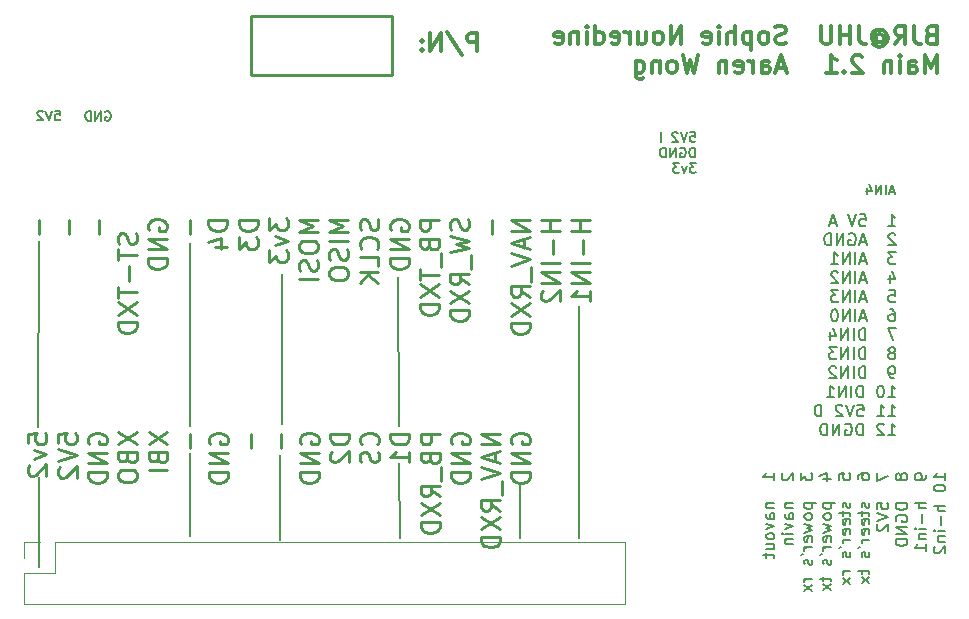
<source format=gbr>
%TF.GenerationSoftware,KiCad,Pcbnew,7.0.10*%
%TF.CreationDate,2024-12-22T17:19:54-08:00*%
%TF.ProjectId,mainbox2.1,6d61696e-626f-4783-922e-312e6b696361,rev?*%
%TF.SameCoordinates,Original*%
%TF.FileFunction,Legend,Bot*%
%TF.FilePolarity,Positive*%
%FSLAX46Y46*%
G04 Gerber Fmt 4.6, Leading zero omitted, Abs format (unit mm)*
G04 Created by KiCad (PCBNEW 7.0.10) date 2024-12-22 17:19:54*
%MOMM*%
%LPD*%
G01*
G04 APERTURE LIST*
%ADD10C,0.152400*%
%ADD11C,0.250000*%
%ADD12C,0.254000*%
%ADD13C,0.304800*%
%ADD14C,0.150000*%
%ADD15C,0.120000*%
G04 APERTURE END LIST*
D10*
X82820000Y-103980000D02*
X82800000Y-111010000D01*
X100510000Y-104830000D02*
X100540000Y-111190000D01*
X100450000Y-101700000D02*
X100420000Y-89040000D01*
X90580000Y-101550000D02*
X90540000Y-88830000D01*
X90380000Y-111350000D02*
X90450000Y-104110000D01*
X82770000Y-86190000D02*
X82790000Y-101650000D01*
X115750000Y-111160000D02*
X115710000Y-91510000D01*
X69910000Y-101800000D02*
X69990000Y-85980000D01*
X110730000Y-111190000D02*
X110750000Y-106520000D01*
X70010000Y-113590000D02*
X70010000Y-105960000D01*
D11*
X69978500Y-84233044D02*
X69978500Y-85444473D01*
X72538400Y-84233044D02*
X72538400Y-85444473D01*
X75098300Y-84233044D02*
X75098300Y-85444473D01*
X78188200Y-85368759D02*
X78263914Y-85595902D01*
X78263914Y-85595902D02*
X78263914Y-85974473D01*
X78263914Y-85974473D02*
X78188200Y-86125902D01*
X78188200Y-86125902D02*
X78112485Y-86201616D01*
X78112485Y-86201616D02*
X77961057Y-86277330D01*
X77961057Y-86277330D02*
X77809628Y-86277330D01*
X77809628Y-86277330D02*
X77658200Y-86201616D01*
X77658200Y-86201616D02*
X77582485Y-86125902D01*
X77582485Y-86125902D02*
X77506771Y-85974473D01*
X77506771Y-85974473D02*
X77431057Y-85671616D01*
X77431057Y-85671616D02*
X77355342Y-85520187D01*
X77355342Y-85520187D02*
X77279628Y-85444473D01*
X77279628Y-85444473D02*
X77128200Y-85368759D01*
X77128200Y-85368759D02*
X76976771Y-85368759D01*
X76976771Y-85368759D02*
X76825342Y-85444473D01*
X76825342Y-85444473D02*
X76749628Y-85520187D01*
X76749628Y-85520187D02*
X76673914Y-85671616D01*
X76673914Y-85671616D02*
X76673914Y-86050187D01*
X76673914Y-86050187D02*
X76749628Y-86277330D01*
X76673914Y-86731616D02*
X76673914Y-87640188D01*
X78263914Y-87185902D02*
X76673914Y-87185902D01*
X77658200Y-88170188D02*
X77658200Y-89381617D01*
X76673914Y-89911616D02*
X76673914Y-90820188D01*
X78263914Y-90365902D02*
X76673914Y-90365902D01*
X76673914Y-91198759D02*
X78263914Y-92258759D01*
X76673914Y-92258759D02*
X78263914Y-91198759D01*
X78263914Y-92864474D02*
X76673914Y-92864474D01*
X76673914Y-92864474D02*
X76673914Y-93243045D01*
X76673914Y-93243045D02*
X76749628Y-93470188D01*
X76749628Y-93470188D02*
X76901057Y-93621617D01*
X76901057Y-93621617D02*
X77052485Y-93697331D01*
X77052485Y-93697331D02*
X77355342Y-93773045D01*
X77355342Y-93773045D02*
X77582485Y-93773045D01*
X77582485Y-93773045D02*
X77885342Y-93697331D01*
X77885342Y-93697331D02*
X78036771Y-93621617D01*
X78036771Y-93621617D02*
X78188200Y-93470188D01*
X78188200Y-93470188D02*
X78263914Y-93243045D01*
X78263914Y-93243045D02*
X78263914Y-92864474D01*
X79309528Y-85065901D02*
X79233814Y-84914473D01*
X79233814Y-84914473D02*
X79233814Y-84687330D01*
X79233814Y-84687330D02*
X79309528Y-84460187D01*
X79309528Y-84460187D02*
X79460957Y-84308758D01*
X79460957Y-84308758D02*
X79612385Y-84233044D01*
X79612385Y-84233044D02*
X79915242Y-84157330D01*
X79915242Y-84157330D02*
X80142385Y-84157330D01*
X80142385Y-84157330D02*
X80445242Y-84233044D01*
X80445242Y-84233044D02*
X80596671Y-84308758D01*
X80596671Y-84308758D02*
X80748100Y-84460187D01*
X80748100Y-84460187D02*
X80823814Y-84687330D01*
X80823814Y-84687330D02*
X80823814Y-84838758D01*
X80823814Y-84838758D02*
X80748100Y-85065901D01*
X80748100Y-85065901D02*
X80672385Y-85141615D01*
X80672385Y-85141615D02*
X80142385Y-85141615D01*
X80142385Y-85141615D02*
X80142385Y-84838758D01*
X80823814Y-85823044D02*
X79233814Y-85823044D01*
X79233814Y-85823044D02*
X80823814Y-86731615D01*
X80823814Y-86731615D02*
X79233814Y-86731615D01*
X80823814Y-87488758D02*
X79233814Y-87488758D01*
X79233814Y-87488758D02*
X79233814Y-87867329D01*
X79233814Y-87867329D02*
X79309528Y-88094472D01*
X79309528Y-88094472D02*
X79460957Y-88245901D01*
X79460957Y-88245901D02*
X79612385Y-88321615D01*
X79612385Y-88321615D02*
X79915242Y-88397329D01*
X79915242Y-88397329D02*
X80142385Y-88397329D01*
X80142385Y-88397329D02*
X80445242Y-88321615D01*
X80445242Y-88321615D02*
X80596671Y-88245901D01*
X80596671Y-88245901D02*
X80748100Y-88094472D01*
X80748100Y-88094472D02*
X80823814Y-87867329D01*
X80823814Y-87867329D02*
X80823814Y-87488758D01*
X82778000Y-84233044D02*
X82778000Y-85444473D01*
X85943614Y-84233044D02*
X84353614Y-84233044D01*
X84353614Y-84233044D02*
X84353614Y-84611615D01*
X84353614Y-84611615D02*
X84429328Y-84838758D01*
X84429328Y-84838758D02*
X84580757Y-84990187D01*
X84580757Y-84990187D02*
X84732185Y-85065901D01*
X84732185Y-85065901D02*
X85035042Y-85141615D01*
X85035042Y-85141615D02*
X85262185Y-85141615D01*
X85262185Y-85141615D02*
X85565042Y-85065901D01*
X85565042Y-85065901D02*
X85716471Y-84990187D01*
X85716471Y-84990187D02*
X85867900Y-84838758D01*
X85867900Y-84838758D02*
X85943614Y-84611615D01*
X85943614Y-84611615D02*
X85943614Y-84233044D01*
X84883614Y-86504473D02*
X85943614Y-86504473D01*
X84277900Y-86125901D02*
X85413614Y-85747330D01*
X85413614Y-85747330D02*
X85413614Y-86731615D01*
X88503514Y-84233044D02*
X86913514Y-84233044D01*
X86913514Y-84233044D02*
X86913514Y-84611615D01*
X86913514Y-84611615D02*
X86989228Y-84838758D01*
X86989228Y-84838758D02*
X87140657Y-84990187D01*
X87140657Y-84990187D02*
X87292085Y-85065901D01*
X87292085Y-85065901D02*
X87594942Y-85141615D01*
X87594942Y-85141615D02*
X87822085Y-85141615D01*
X87822085Y-85141615D02*
X88124942Y-85065901D01*
X88124942Y-85065901D02*
X88276371Y-84990187D01*
X88276371Y-84990187D02*
X88427800Y-84838758D01*
X88427800Y-84838758D02*
X88503514Y-84611615D01*
X88503514Y-84611615D02*
X88503514Y-84233044D01*
X86913514Y-85671615D02*
X86913514Y-86655901D01*
X86913514Y-86655901D02*
X87519228Y-86125901D01*
X87519228Y-86125901D02*
X87519228Y-86353044D01*
X87519228Y-86353044D02*
X87594942Y-86504473D01*
X87594942Y-86504473D02*
X87670657Y-86580187D01*
X87670657Y-86580187D02*
X87822085Y-86655901D01*
X87822085Y-86655901D02*
X88200657Y-86655901D01*
X88200657Y-86655901D02*
X88352085Y-86580187D01*
X88352085Y-86580187D02*
X88427800Y-86504473D01*
X88427800Y-86504473D02*
X88503514Y-86353044D01*
X88503514Y-86353044D02*
X88503514Y-85898758D01*
X88503514Y-85898758D02*
X88427800Y-85747330D01*
X88427800Y-85747330D02*
X88352085Y-85671615D01*
X89473414Y-84081615D02*
X89473414Y-85065901D01*
X89473414Y-85065901D02*
X90079128Y-84535901D01*
X90079128Y-84535901D02*
X90079128Y-84763044D01*
X90079128Y-84763044D02*
X90154842Y-84914473D01*
X90154842Y-84914473D02*
X90230557Y-84990187D01*
X90230557Y-84990187D02*
X90381985Y-85065901D01*
X90381985Y-85065901D02*
X90760557Y-85065901D01*
X90760557Y-85065901D02*
X90911985Y-84990187D01*
X90911985Y-84990187D02*
X90987700Y-84914473D01*
X90987700Y-84914473D02*
X91063414Y-84763044D01*
X91063414Y-84763044D02*
X91063414Y-84308758D01*
X91063414Y-84308758D02*
X90987700Y-84157330D01*
X90987700Y-84157330D02*
X90911985Y-84081615D01*
X90003414Y-85595901D02*
X91063414Y-85974473D01*
X91063414Y-85974473D02*
X90003414Y-86353044D01*
X89473414Y-86807330D02*
X89473414Y-87791616D01*
X89473414Y-87791616D02*
X90079128Y-87261616D01*
X90079128Y-87261616D02*
X90079128Y-87488759D01*
X90079128Y-87488759D02*
X90154842Y-87640188D01*
X90154842Y-87640188D02*
X90230557Y-87715902D01*
X90230557Y-87715902D02*
X90381985Y-87791616D01*
X90381985Y-87791616D02*
X90760557Y-87791616D01*
X90760557Y-87791616D02*
X90911985Y-87715902D01*
X90911985Y-87715902D02*
X90987700Y-87640188D01*
X90987700Y-87640188D02*
X91063414Y-87488759D01*
X91063414Y-87488759D02*
X91063414Y-87034473D01*
X91063414Y-87034473D02*
X90987700Y-86883045D01*
X90987700Y-86883045D02*
X90911985Y-86807330D01*
X93623314Y-84233044D02*
X92033314Y-84233044D01*
X92033314Y-84233044D02*
X93169028Y-84763044D01*
X93169028Y-84763044D02*
X92033314Y-85293044D01*
X92033314Y-85293044D02*
X93623314Y-85293044D01*
X92033314Y-86353044D02*
X92033314Y-86655901D01*
X92033314Y-86655901D02*
X92109028Y-86807330D01*
X92109028Y-86807330D02*
X92260457Y-86958758D01*
X92260457Y-86958758D02*
X92563314Y-87034473D01*
X92563314Y-87034473D02*
X93093314Y-87034473D01*
X93093314Y-87034473D02*
X93396171Y-86958758D01*
X93396171Y-86958758D02*
X93547600Y-86807330D01*
X93547600Y-86807330D02*
X93623314Y-86655901D01*
X93623314Y-86655901D02*
X93623314Y-86353044D01*
X93623314Y-86353044D02*
X93547600Y-86201616D01*
X93547600Y-86201616D02*
X93396171Y-86050187D01*
X93396171Y-86050187D02*
X93093314Y-85974473D01*
X93093314Y-85974473D02*
X92563314Y-85974473D01*
X92563314Y-85974473D02*
X92260457Y-86050187D01*
X92260457Y-86050187D02*
X92109028Y-86201616D01*
X92109028Y-86201616D02*
X92033314Y-86353044D01*
X93547600Y-87640187D02*
X93623314Y-87867330D01*
X93623314Y-87867330D02*
X93623314Y-88245901D01*
X93623314Y-88245901D02*
X93547600Y-88397330D01*
X93547600Y-88397330D02*
X93471885Y-88473044D01*
X93471885Y-88473044D02*
X93320457Y-88548758D01*
X93320457Y-88548758D02*
X93169028Y-88548758D01*
X93169028Y-88548758D02*
X93017600Y-88473044D01*
X93017600Y-88473044D02*
X92941885Y-88397330D01*
X92941885Y-88397330D02*
X92866171Y-88245901D01*
X92866171Y-88245901D02*
X92790457Y-87943044D01*
X92790457Y-87943044D02*
X92714742Y-87791615D01*
X92714742Y-87791615D02*
X92639028Y-87715901D01*
X92639028Y-87715901D02*
X92487600Y-87640187D01*
X92487600Y-87640187D02*
X92336171Y-87640187D01*
X92336171Y-87640187D02*
X92184742Y-87715901D01*
X92184742Y-87715901D02*
X92109028Y-87791615D01*
X92109028Y-87791615D02*
X92033314Y-87943044D01*
X92033314Y-87943044D02*
X92033314Y-88321615D01*
X92033314Y-88321615D02*
X92109028Y-88548758D01*
X93623314Y-89230187D02*
X92033314Y-89230187D01*
X96183214Y-84233044D02*
X94593214Y-84233044D01*
X94593214Y-84233044D02*
X95728928Y-84763044D01*
X95728928Y-84763044D02*
X94593214Y-85293044D01*
X94593214Y-85293044D02*
X96183214Y-85293044D01*
X96183214Y-86050187D02*
X94593214Y-86050187D01*
X96107500Y-86731616D02*
X96183214Y-86958759D01*
X96183214Y-86958759D02*
X96183214Y-87337330D01*
X96183214Y-87337330D02*
X96107500Y-87488759D01*
X96107500Y-87488759D02*
X96031785Y-87564473D01*
X96031785Y-87564473D02*
X95880357Y-87640187D01*
X95880357Y-87640187D02*
X95728928Y-87640187D01*
X95728928Y-87640187D02*
X95577500Y-87564473D01*
X95577500Y-87564473D02*
X95501785Y-87488759D01*
X95501785Y-87488759D02*
X95426071Y-87337330D01*
X95426071Y-87337330D02*
X95350357Y-87034473D01*
X95350357Y-87034473D02*
X95274642Y-86883044D01*
X95274642Y-86883044D02*
X95198928Y-86807330D01*
X95198928Y-86807330D02*
X95047500Y-86731616D01*
X95047500Y-86731616D02*
X94896071Y-86731616D01*
X94896071Y-86731616D02*
X94744642Y-86807330D01*
X94744642Y-86807330D02*
X94668928Y-86883044D01*
X94668928Y-86883044D02*
X94593214Y-87034473D01*
X94593214Y-87034473D02*
X94593214Y-87413044D01*
X94593214Y-87413044D02*
X94668928Y-87640187D01*
X94593214Y-88624473D02*
X94593214Y-88927330D01*
X94593214Y-88927330D02*
X94668928Y-89078759D01*
X94668928Y-89078759D02*
X94820357Y-89230187D01*
X94820357Y-89230187D02*
X95123214Y-89305902D01*
X95123214Y-89305902D02*
X95653214Y-89305902D01*
X95653214Y-89305902D02*
X95956071Y-89230187D01*
X95956071Y-89230187D02*
X96107500Y-89078759D01*
X96107500Y-89078759D02*
X96183214Y-88927330D01*
X96183214Y-88927330D02*
X96183214Y-88624473D01*
X96183214Y-88624473D02*
X96107500Y-88473045D01*
X96107500Y-88473045D02*
X95956071Y-88321616D01*
X95956071Y-88321616D02*
X95653214Y-88245902D01*
X95653214Y-88245902D02*
X95123214Y-88245902D01*
X95123214Y-88245902D02*
X94820357Y-88321616D01*
X94820357Y-88321616D02*
X94668928Y-88473045D01*
X94668928Y-88473045D02*
X94593214Y-88624473D01*
X98667400Y-84157330D02*
X98743114Y-84384473D01*
X98743114Y-84384473D02*
X98743114Y-84763044D01*
X98743114Y-84763044D02*
X98667400Y-84914473D01*
X98667400Y-84914473D02*
X98591685Y-84990187D01*
X98591685Y-84990187D02*
X98440257Y-85065901D01*
X98440257Y-85065901D02*
X98288828Y-85065901D01*
X98288828Y-85065901D02*
X98137400Y-84990187D01*
X98137400Y-84990187D02*
X98061685Y-84914473D01*
X98061685Y-84914473D02*
X97985971Y-84763044D01*
X97985971Y-84763044D02*
X97910257Y-84460187D01*
X97910257Y-84460187D02*
X97834542Y-84308758D01*
X97834542Y-84308758D02*
X97758828Y-84233044D01*
X97758828Y-84233044D02*
X97607400Y-84157330D01*
X97607400Y-84157330D02*
X97455971Y-84157330D01*
X97455971Y-84157330D02*
X97304542Y-84233044D01*
X97304542Y-84233044D02*
X97228828Y-84308758D01*
X97228828Y-84308758D02*
X97153114Y-84460187D01*
X97153114Y-84460187D02*
X97153114Y-84838758D01*
X97153114Y-84838758D02*
X97228828Y-85065901D01*
X98591685Y-86655901D02*
X98667400Y-86580187D01*
X98667400Y-86580187D02*
X98743114Y-86353044D01*
X98743114Y-86353044D02*
X98743114Y-86201616D01*
X98743114Y-86201616D02*
X98667400Y-85974473D01*
X98667400Y-85974473D02*
X98515971Y-85823044D01*
X98515971Y-85823044D02*
X98364542Y-85747330D01*
X98364542Y-85747330D02*
X98061685Y-85671616D01*
X98061685Y-85671616D02*
X97834542Y-85671616D01*
X97834542Y-85671616D02*
X97531685Y-85747330D01*
X97531685Y-85747330D02*
X97380257Y-85823044D01*
X97380257Y-85823044D02*
X97228828Y-85974473D01*
X97228828Y-85974473D02*
X97153114Y-86201616D01*
X97153114Y-86201616D02*
X97153114Y-86353044D01*
X97153114Y-86353044D02*
X97228828Y-86580187D01*
X97228828Y-86580187D02*
X97304542Y-86655901D01*
X98743114Y-88094473D02*
X98743114Y-87337330D01*
X98743114Y-87337330D02*
X97153114Y-87337330D01*
X98743114Y-88624473D02*
X97153114Y-88624473D01*
X98743114Y-89533044D02*
X97834542Y-88851616D01*
X97153114Y-89533044D02*
X98061685Y-88624473D01*
X99788728Y-85065901D02*
X99713014Y-84914473D01*
X99713014Y-84914473D02*
X99713014Y-84687330D01*
X99713014Y-84687330D02*
X99788728Y-84460187D01*
X99788728Y-84460187D02*
X99940157Y-84308758D01*
X99940157Y-84308758D02*
X100091585Y-84233044D01*
X100091585Y-84233044D02*
X100394442Y-84157330D01*
X100394442Y-84157330D02*
X100621585Y-84157330D01*
X100621585Y-84157330D02*
X100924442Y-84233044D01*
X100924442Y-84233044D02*
X101075871Y-84308758D01*
X101075871Y-84308758D02*
X101227300Y-84460187D01*
X101227300Y-84460187D02*
X101303014Y-84687330D01*
X101303014Y-84687330D02*
X101303014Y-84838758D01*
X101303014Y-84838758D02*
X101227300Y-85065901D01*
X101227300Y-85065901D02*
X101151585Y-85141615D01*
X101151585Y-85141615D02*
X100621585Y-85141615D01*
X100621585Y-85141615D02*
X100621585Y-84838758D01*
X101303014Y-85823044D02*
X99713014Y-85823044D01*
X99713014Y-85823044D02*
X101303014Y-86731615D01*
X101303014Y-86731615D02*
X99713014Y-86731615D01*
X101303014Y-87488758D02*
X99713014Y-87488758D01*
X99713014Y-87488758D02*
X99713014Y-87867329D01*
X99713014Y-87867329D02*
X99788728Y-88094472D01*
X99788728Y-88094472D02*
X99940157Y-88245901D01*
X99940157Y-88245901D02*
X100091585Y-88321615D01*
X100091585Y-88321615D02*
X100394442Y-88397329D01*
X100394442Y-88397329D02*
X100621585Y-88397329D01*
X100621585Y-88397329D02*
X100924442Y-88321615D01*
X100924442Y-88321615D02*
X101075871Y-88245901D01*
X101075871Y-88245901D02*
X101227300Y-88094472D01*
X101227300Y-88094472D02*
X101303014Y-87867329D01*
X101303014Y-87867329D02*
X101303014Y-87488758D01*
X103862914Y-84233044D02*
X102272914Y-84233044D01*
X102272914Y-84233044D02*
X102272914Y-84838758D01*
X102272914Y-84838758D02*
X102348628Y-84990187D01*
X102348628Y-84990187D02*
X102424342Y-85065901D01*
X102424342Y-85065901D02*
X102575771Y-85141615D01*
X102575771Y-85141615D02*
X102802914Y-85141615D01*
X102802914Y-85141615D02*
X102954342Y-85065901D01*
X102954342Y-85065901D02*
X103030057Y-84990187D01*
X103030057Y-84990187D02*
X103105771Y-84838758D01*
X103105771Y-84838758D02*
X103105771Y-84233044D01*
X103030057Y-86353044D02*
X103105771Y-86580187D01*
X103105771Y-86580187D02*
X103181485Y-86655901D01*
X103181485Y-86655901D02*
X103332914Y-86731615D01*
X103332914Y-86731615D02*
X103560057Y-86731615D01*
X103560057Y-86731615D02*
X103711485Y-86655901D01*
X103711485Y-86655901D02*
X103787200Y-86580187D01*
X103787200Y-86580187D02*
X103862914Y-86428758D01*
X103862914Y-86428758D02*
X103862914Y-85823044D01*
X103862914Y-85823044D02*
X102272914Y-85823044D01*
X102272914Y-85823044D02*
X102272914Y-86353044D01*
X102272914Y-86353044D02*
X102348628Y-86504473D01*
X102348628Y-86504473D02*
X102424342Y-86580187D01*
X102424342Y-86580187D02*
X102575771Y-86655901D01*
X102575771Y-86655901D02*
X102727200Y-86655901D01*
X102727200Y-86655901D02*
X102878628Y-86580187D01*
X102878628Y-86580187D02*
X102954342Y-86504473D01*
X102954342Y-86504473D02*
X103030057Y-86353044D01*
X103030057Y-86353044D02*
X103030057Y-85823044D01*
X104014342Y-87034473D02*
X104014342Y-88245901D01*
X102272914Y-88397330D02*
X102272914Y-89305902D01*
X103862914Y-88851616D02*
X102272914Y-88851616D01*
X102272914Y-89684473D02*
X103862914Y-90744473D01*
X102272914Y-90744473D02*
X103862914Y-89684473D01*
X103862914Y-91350188D02*
X102272914Y-91350188D01*
X102272914Y-91350188D02*
X102272914Y-91728759D01*
X102272914Y-91728759D02*
X102348628Y-91955902D01*
X102348628Y-91955902D02*
X102500057Y-92107331D01*
X102500057Y-92107331D02*
X102651485Y-92183045D01*
X102651485Y-92183045D02*
X102954342Y-92258759D01*
X102954342Y-92258759D02*
X103181485Y-92258759D01*
X103181485Y-92258759D02*
X103484342Y-92183045D01*
X103484342Y-92183045D02*
X103635771Y-92107331D01*
X103635771Y-92107331D02*
X103787200Y-91955902D01*
X103787200Y-91955902D02*
X103862914Y-91728759D01*
X103862914Y-91728759D02*
X103862914Y-91350188D01*
X106347100Y-84157330D02*
X106422814Y-84384473D01*
X106422814Y-84384473D02*
X106422814Y-84763044D01*
X106422814Y-84763044D02*
X106347100Y-84914473D01*
X106347100Y-84914473D02*
X106271385Y-84990187D01*
X106271385Y-84990187D02*
X106119957Y-85065901D01*
X106119957Y-85065901D02*
X105968528Y-85065901D01*
X105968528Y-85065901D02*
X105817100Y-84990187D01*
X105817100Y-84990187D02*
X105741385Y-84914473D01*
X105741385Y-84914473D02*
X105665671Y-84763044D01*
X105665671Y-84763044D02*
X105589957Y-84460187D01*
X105589957Y-84460187D02*
X105514242Y-84308758D01*
X105514242Y-84308758D02*
X105438528Y-84233044D01*
X105438528Y-84233044D02*
X105287100Y-84157330D01*
X105287100Y-84157330D02*
X105135671Y-84157330D01*
X105135671Y-84157330D02*
X104984242Y-84233044D01*
X104984242Y-84233044D02*
X104908528Y-84308758D01*
X104908528Y-84308758D02*
X104832814Y-84460187D01*
X104832814Y-84460187D02*
X104832814Y-84838758D01*
X104832814Y-84838758D02*
X104908528Y-85065901D01*
X104832814Y-85595901D02*
X106422814Y-85974473D01*
X106422814Y-85974473D02*
X105287100Y-86277330D01*
X105287100Y-86277330D02*
X106422814Y-86580187D01*
X106422814Y-86580187D02*
X104832814Y-86958759D01*
X106574242Y-87185902D02*
X106574242Y-88397330D01*
X106422814Y-89684473D02*
X105665671Y-89154473D01*
X106422814Y-88775902D02*
X104832814Y-88775902D01*
X104832814Y-88775902D02*
X104832814Y-89381616D01*
X104832814Y-89381616D02*
X104908528Y-89533045D01*
X104908528Y-89533045D02*
X104984242Y-89608759D01*
X104984242Y-89608759D02*
X105135671Y-89684473D01*
X105135671Y-89684473D02*
X105362814Y-89684473D01*
X105362814Y-89684473D02*
X105514242Y-89608759D01*
X105514242Y-89608759D02*
X105589957Y-89533045D01*
X105589957Y-89533045D02*
X105665671Y-89381616D01*
X105665671Y-89381616D02*
X105665671Y-88775902D01*
X104832814Y-90214473D02*
X106422814Y-91274473D01*
X104832814Y-91274473D02*
X106422814Y-90214473D01*
X106422814Y-91880188D02*
X104832814Y-91880188D01*
X104832814Y-91880188D02*
X104832814Y-92258759D01*
X104832814Y-92258759D02*
X104908528Y-92485902D01*
X104908528Y-92485902D02*
X105059957Y-92637331D01*
X105059957Y-92637331D02*
X105211385Y-92713045D01*
X105211385Y-92713045D02*
X105514242Y-92788759D01*
X105514242Y-92788759D02*
X105741385Y-92788759D01*
X105741385Y-92788759D02*
X106044242Y-92713045D01*
X106044242Y-92713045D02*
X106195671Y-92637331D01*
X106195671Y-92637331D02*
X106347100Y-92485902D01*
X106347100Y-92485902D02*
X106422814Y-92258759D01*
X106422814Y-92258759D02*
X106422814Y-91880188D01*
X108377000Y-84233044D02*
X108377000Y-85444473D01*
X111542614Y-84233044D02*
X109952614Y-84233044D01*
X109952614Y-84233044D02*
X111542614Y-85141615D01*
X111542614Y-85141615D02*
X109952614Y-85141615D01*
X111088328Y-85823044D02*
X111088328Y-86580187D01*
X111542614Y-85671615D02*
X109952614Y-86201615D01*
X109952614Y-86201615D02*
X111542614Y-86731615D01*
X109952614Y-87034472D02*
X111542614Y-87564472D01*
X111542614Y-87564472D02*
X109952614Y-88094472D01*
X111694042Y-88245901D02*
X111694042Y-89457329D01*
X111542614Y-90744472D02*
X110785471Y-90214472D01*
X111542614Y-89835901D02*
X109952614Y-89835901D01*
X109952614Y-89835901D02*
X109952614Y-90441615D01*
X109952614Y-90441615D02*
X110028328Y-90593044D01*
X110028328Y-90593044D02*
X110104042Y-90668758D01*
X110104042Y-90668758D02*
X110255471Y-90744472D01*
X110255471Y-90744472D02*
X110482614Y-90744472D01*
X110482614Y-90744472D02*
X110634042Y-90668758D01*
X110634042Y-90668758D02*
X110709757Y-90593044D01*
X110709757Y-90593044D02*
X110785471Y-90441615D01*
X110785471Y-90441615D02*
X110785471Y-89835901D01*
X109952614Y-91274472D02*
X111542614Y-92334472D01*
X109952614Y-92334472D02*
X111542614Y-91274472D01*
X111542614Y-92940187D02*
X109952614Y-92940187D01*
X109952614Y-92940187D02*
X109952614Y-93318758D01*
X109952614Y-93318758D02*
X110028328Y-93545901D01*
X110028328Y-93545901D02*
X110179757Y-93697330D01*
X110179757Y-93697330D02*
X110331185Y-93773044D01*
X110331185Y-93773044D02*
X110634042Y-93848758D01*
X110634042Y-93848758D02*
X110861185Y-93848758D01*
X110861185Y-93848758D02*
X111164042Y-93773044D01*
X111164042Y-93773044D02*
X111315471Y-93697330D01*
X111315471Y-93697330D02*
X111466900Y-93545901D01*
X111466900Y-93545901D02*
X111542614Y-93318758D01*
X111542614Y-93318758D02*
X111542614Y-92940187D01*
X114102514Y-84233044D02*
X112512514Y-84233044D01*
X113269657Y-84233044D02*
X113269657Y-85141615D01*
X114102514Y-85141615D02*
X112512514Y-85141615D01*
X113496800Y-85898758D02*
X113496800Y-87110187D01*
X114102514Y-87867329D02*
X112512514Y-87867329D01*
X114102514Y-88624472D02*
X112512514Y-88624472D01*
X112512514Y-88624472D02*
X114102514Y-89533043D01*
X114102514Y-89533043D02*
X112512514Y-89533043D01*
X112663942Y-90214472D02*
X112588228Y-90290186D01*
X112588228Y-90290186D02*
X112512514Y-90441615D01*
X112512514Y-90441615D02*
X112512514Y-90820186D01*
X112512514Y-90820186D02*
X112588228Y-90971615D01*
X112588228Y-90971615D02*
X112663942Y-91047329D01*
X112663942Y-91047329D02*
X112815371Y-91123043D01*
X112815371Y-91123043D02*
X112966800Y-91123043D01*
X112966800Y-91123043D02*
X113193942Y-91047329D01*
X113193942Y-91047329D02*
X114102514Y-90138757D01*
X114102514Y-90138757D02*
X114102514Y-91123043D01*
X116662414Y-84233044D02*
X115072414Y-84233044D01*
X115829557Y-84233044D02*
X115829557Y-85141615D01*
X116662414Y-85141615D02*
X115072414Y-85141615D01*
X116056700Y-85898758D02*
X116056700Y-87110187D01*
X116662414Y-87867329D02*
X115072414Y-87867329D01*
X116662414Y-88624472D02*
X115072414Y-88624472D01*
X115072414Y-88624472D02*
X116662414Y-89533043D01*
X116662414Y-89533043D02*
X115072414Y-89533043D01*
X116662414Y-91123043D02*
X116662414Y-90214472D01*
X116662414Y-90668757D02*
X115072414Y-90668757D01*
X115072414Y-90668757D02*
X115299557Y-90517329D01*
X115299557Y-90517329D02*
X115450985Y-90365900D01*
X115450985Y-90365900D02*
X115526700Y-90214472D01*
X69044014Y-103090187D02*
X69044014Y-102333044D01*
X69044014Y-102333044D02*
X69801157Y-102257330D01*
X69801157Y-102257330D02*
X69725442Y-102333044D01*
X69725442Y-102333044D02*
X69649728Y-102484473D01*
X69649728Y-102484473D02*
X69649728Y-102863044D01*
X69649728Y-102863044D02*
X69725442Y-103014473D01*
X69725442Y-103014473D02*
X69801157Y-103090187D01*
X69801157Y-103090187D02*
X69952585Y-103165901D01*
X69952585Y-103165901D02*
X70331157Y-103165901D01*
X70331157Y-103165901D02*
X70482585Y-103090187D01*
X70482585Y-103090187D02*
X70558300Y-103014473D01*
X70558300Y-103014473D02*
X70634014Y-102863044D01*
X70634014Y-102863044D02*
X70634014Y-102484473D01*
X70634014Y-102484473D02*
X70558300Y-102333044D01*
X70558300Y-102333044D02*
X70482585Y-102257330D01*
X69574014Y-103695901D02*
X70634014Y-104074473D01*
X70634014Y-104074473D02*
X69574014Y-104453044D01*
X69195442Y-104983045D02*
X69119728Y-105058759D01*
X69119728Y-105058759D02*
X69044014Y-105210188D01*
X69044014Y-105210188D02*
X69044014Y-105588759D01*
X69044014Y-105588759D02*
X69119728Y-105740188D01*
X69119728Y-105740188D02*
X69195442Y-105815902D01*
X69195442Y-105815902D02*
X69346871Y-105891616D01*
X69346871Y-105891616D02*
X69498300Y-105891616D01*
X69498300Y-105891616D02*
X69725442Y-105815902D01*
X69725442Y-105815902D02*
X70634014Y-104907330D01*
X70634014Y-104907330D02*
X70634014Y-105891616D01*
X71603914Y-103090187D02*
X71603914Y-102333044D01*
X71603914Y-102333044D02*
X72361057Y-102257330D01*
X72361057Y-102257330D02*
X72285342Y-102333044D01*
X72285342Y-102333044D02*
X72209628Y-102484473D01*
X72209628Y-102484473D02*
X72209628Y-102863044D01*
X72209628Y-102863044D02*
X72285342Y-103014473D01*
X72285342Y-103014473D02*
X72361057Y-103090187D01*
X72361057Y-103090187D02*
X72512485Y-103165901D01*
X72512485Y-103165901D02*
X72891057Y-103165901D01*
X72891057Y-103165901D02*
X73042485Y-103090187D01*
X73042485Y-103090187D02*
X73118200Y-103014473D01*
X73118200Y-103014473D02*
X73193914Y-102863044D01*
X73193914Y-102863044D02*
X73193914Y-102484473D01*
X73193914Y-102484473D02*
X73118200Y-102333044D01*
X73118200Y-102333044D02*
X73042485Y-102257330D01*
X71603914Y-103620187D02*
X73193914Y-104150187D01*
X73193914Y-104150187D02*
X71603914Y-104680187D01*
X71755342Y-105134473D02*
X71679628Y-105210187D01*
X71679628Y-105210187D02*
X71603914Y-105361616D01*
X71603914Y-105361616D02*
X71603914Y-105740187D01*
X71603914Y-105740187D02*
X71679628Y-105891616D01*
X71679628Y-105891616D02*
X71755342Y-105967330D01*
X71755342Y-105967330D02*
X71906771Y-106043044D01*
X71906771Y-106043044D02*
X72058200Y-106043044D01*
X72058200Y-106043044D02*
X72285342Y-105967330D01*
X72285342Y-105967330D02*
X73193914Y-105058758D01*
X73193914Y-105058758D02*
X73193914Y-106043044D01*
X74239528Y-103165901D02*
X74163814Y-103014473D01*
X74163814Y-103014473D02*
X74163814Y-102787330D01*
X74163814Y-102787330D02*
X74239528Y-102560187D01*
X74239528Y-102560187D02*
X74390957Y-102408758D01*
X74390957Y-102408758D02*
X74542385Y-102333044D01*
X74542385Y-102333044D02*
X74845242Y-102257330D01*
X74845242Y-102257330D02*
X75072385Y-102257330D01*
X75072385Y-102257330D02*
X75375242Y-102333044D01*
X75375242Y-102333044D02*
X75526671Y-102408758D01*
X75526671Y-102408758D02*
X75678100Y-102560187D01*
X75678100Y-102560187D02*
X75753814Y-102787330D01*
X75753814Y-102787330D02*
X75753814Y-102938758D01*
X75753814Y-102938758D02*
X75678100Y-103165901D01*
X75678100Y-103165901D02*
X75602385Y-103241615D01*
X75602385Y-103241615D02*
X75072385Y-103241615D01*
X75072385Y-103241615D02*
X75072385Y-102938758D01*
X75753814Y-103923044D02*
X74163814Y-103923044D01*
X74163814Y-103923044D02*
X75753814Y-104831615D01*
X75753814Y-104831615D02*
X74163814Y-104831615D01*
X75753814Y-105588758D02*
X74163814Y-105588758D01*
X74163814Y-105588758D02*
X74163814Y-105967329D01*
X74163814Y-105967329D02*
X74239528Y-106194472D01*
X74239528Y-106194472D02*
X74390957Y-106345901D01*
X74390957Y-106345901D02*
X74542385Y-106421615D01*
X74542385Y-106421615D02*
X74845242Y-106497329D01*
X74845242Y-106497329D02*
X75072385Y-106497329D01*
X75072385Y-106497329D02*
X75375242Y-106421615D01*
X75375242Y-106421615D02*
X75526671Y-106345901D01*
X75526671Y-106345901D02*
X75678100Y-106194472D01*
X75678100Y-106194472D02*
X75753814Y-105967329D01*
X75753814Y-105967329D02*
X75753814Y-105588758D01*
X76723714Y-102181615D02*
X78313714Y-103241615D01*
X76723714Y-103241615D02*
X78313714Y-102181615D01*
X77480857Y-104377330D02*
X77556571Y-104604473D01*
X77556571Y-104604473D02*
X77632285Y-104680187D01*
X77632285Y-104680187D02*
X77783714Y-104755901D01*
X77783714Y-104755901D02*
X78010857Y-104755901D01*
X78010857Y-104755901D02*
X78162285Y-104680187D01*
X78162285Y-104680187D02*
X78238000Y-104604473D01*
X78238000Y-104604473D02*
X78313714Y-104453044D01*
X78313714Y-104453044D02*
X78313714Y-103847330D01*
X78313714Y-103847330D02*
X76723714Y-103847330D01*
X76723714Y-103847330D02*
X76723714Y-104377330D01*
X76723714Y-104377330D02*
X76799428Y-104528759D01*
X76799428Y-104528759D02*
X76875142Y-104604473D01*
X76875142Y-104604473D02*
X77026571Y-104680187D01*
X77026571Y-104680187D02*
X77178000Y-104680187D01*
X77178000Y-104680187D02*
X77329428Y-104604473D01*
X77329428Y-104604473D02*
X77405142Y-104528759D01*
X77405142Y-104528759D02*
X77480857Y-104377330D01*
X77480857Y-104377330D02*
X77480857Y-103847330D01*
X76723714Y-105740187D02*
X76723714Y-106043044D01*
X76723714Y-106043044D02*
X76799428Y-106194473D01*
X76799428Y-106194473D02*
X76950857Y-106345901D01*
X76950857Y-106345901D02*
X77253714Y-106421616D01*
X77253714Y-106421616D02*
X77783714Y-106421616D01*
X77783714Y-106421616D02*
X78086571Y-106345901D01*
X78086571Y-106345901D02*
X78238000Y-106194473D01*
X78238000Y-106194473D02*
X78313714Y-106043044D01*
X78313714Y-106043044D02*
X78313714Y-105740187D01*
X78313714Y-105740187D02*
X78238000Y-105588759D01*
X78238000Y-105588759D02*
X78086571Y-105437330D01*
X78086571Y-105437330D02*
X77783714Y-105361616D01*
X77783714Y-105361616D02*
X77253714Y-105361616D01*
X77253714Y-105361616D02*
X76950857Y-105437330D01*
X76950857Y-105437330D02*
X76799428Y-105588759D01*
X76799428Y-105588759D02*
X76723714Y-105740187D01*
X79283614Y-102181615D02*
X80873614Y-103241615D01*
X79283614Y-103241615D02*
X80873614Y-102181615D01*
X80040757Y-104377330D02*
X80116471Y-104604473D01*
X80116471Y-104604473D02*
X80192185Y-104680187D01*
X80192185Y-104680187D02*
X80343614Y-104755901D01*
X80343614Y-104755901D02*
X80570757Y-104755901D01*
X80570757Y-104755901D02*
X80722185Y-104680187D01*
X80722185Y-104680187D02*
X80797900Y-104604473D01*
X80797900Y-104604473D02*
X80873614Y-104453044D01*
X80873614Y-104453044D02*
X80873614Y-103847330D01*
X80873614Y-103847330D02*
X79283614Y-103847330D01*
X79283614Y-103847330D02*
X79283614Y-104377330D01*
X79283614Y-104377330D02*
X79359328Y-104528759D01*
X79359328Y-104528759D02*
X79435042Y-104604473D01*
X79435042Y-104604473D02*
X79586471Y-104680187D01*
X79586471Y-104680187D02*
X79737900Y-104680187D01*
X79737900Y-104680187D02*
X79889328Y-104604473D01*
X79889328Y-104604473D02*
X79965042Y-104528759D01*
X79965042Y-104528759D02*
X80040757Y-104377330D01*
X80040757Y-104377330D02*
X80040757Y-103847330D01*
X80873614Y-105437330D02*
X79283614Y-105437330D01*
X82827800Y-102333044D02*
X82827800Y-103544473D01*
X84479128Y-103165901D02*
X84403414Y-103014473D01*
X84403414Y-103014473D02*
X84403414Y-102787330D01*
X84403414Y-102787330D02*
X84479128Y-102560187D01*
X84479128Y-102560187D02*
X84630557Y-102408758D01*
X84630557Y-102408758D02*
X84781985Y-102333044D01*
X84781985Y-102333044D02*
X85084842Y-102257330D01*
X85084842Y-102257330D02*
X85311985Y-102257330D01*
X85311985Y-102257330D02*
X85614842Y-102333044D01*
X85614842Y-102333044D02*
X85766271Y-102408758D01*
X85766271Y-102408758D02*
X85917700Y-102560187D01*
X85917700Y-102560187D02*
X85993414Y-102787330D01*
X85993414Y-102787330D02*
X85993414Y-102938758D01*
X85993414Y-102938758D02*
X85917700Y-103165901D01*
X85917700Y-103165901D02*
X85841985Y-103241615D01*
X85841985Y-103241615D02*
X85311985Y-103241615D01*
X85311985Y-103241615D02*
X85311985Y-102938758D01*
X85993414Y-103923044D02*
X84403414Y-103923044D01*
X84403414Y-103923044D02*
X85993414Y-104831615D01*
X85993414Y-104831615D02*
X84403414Y-104831615D01*
X85993414Y-105588758D02*
X84403414Y-105588758D01*
X84403414Y-105588758D02*
X84403414Y-105967329D01*
X84403414Y-105967329D02*
X84479128Y-106194472D01*
X84479128Y-106194472D02*
X84630557Y-106345901D01*
X84630557Y-106345901D02*
X84781985Y-106421615D01*
X84781985Y-106421615D02*
X85084842Y-106497329D01*
X85084842Y-106497329D02*
X85311985Y-106497329D01*
X85311985Y-106497329D02*
X85614842Y-106421615D01*
X85614842Y-106421615D02*
X85766271Y-106345901D01*
X85766271Y-106345901D02*
X85917700Y-106194472D01*
X85917700Y-106194472D02*
X85993414Y-105967329D01*
X85993414Y-105967329D02*
X85993414Y-105588758D01*
X87947600Y-102333044D02*
X87947600Y-103544473D01*
X90507500Y-102333044D02*
X90507500Y-103544473D01*
X92158828Y-103165901D02*
X92083114Y-103014473D01*
X92083114Y-103014473D02*
X92083114Y-102787330D01*
X92083114Y-102787330D02*
X92158828Y-102560187D01*
X92158828Y-102560187D02*
X92310257Y-102408758D01*
X92310257Y-102408758D02*
X92461685Y-102333044D01*
X92461685Y-102333044D02*
X92764542Y-102257330D01*
X92764542Y-102257330D02*
X92991685Y-102257330D01*
X92991685Y-102257330D02*
X93294542Y-102333044D01*
X93294542Y-102333044D02*
X93445971Y-102408758D01*
X93445971Y-102408758D02*
X93597400Y-102560187D01*
X93597400Y-102560187D02*
X93673114Y-102787330D01*
X93673114Y-102787330D02*
X93673114Y-102938758D01*
X93673114Y-102938758D02*
X93597400Y-103165901D01*
X93597400Y-103165901D02*
X93521685Y-103241615D01*
X93521685Y-103241615D02*
X92991685Y-103241615D01*
X92991685Y-103241615D02*
X92991685Y-102938758D01*
X93673114Y-103923044D02*
X92083114Y-103923044D01*
X92083114Y-103923044D02*
X93673114Y-104831615D01*
X93673114Y-104831615D02*
X92083114Y-104831615D01*
X93673114Y-105588758D02*
X92083114Y-105588758D01*
X92083114Y-105588758D02*
X92083114Y-105967329D01*
X92083114Y-105967329D02*
X92158828Y-106194472D01*
X92158828Y-106194472D02*
X92310257Y-106345901D01*
X92310257Y-106345901D02*
X92461685Y-106421615D01*
X92461685Y-106421615D02*
X92764542Y-106497329D01*
X92764542Y-106497329D02*
X92991685Y-106497329D01*
X92991685Y-106497329D02*
X93294542Y-106421615D01*
X93294542Y-106421615D02*
X93445971Y-106345901D01*
X93445971Y-106345901D02*
X93597400Y-106194472D01*
X93597400Y-106194472D02*
X93673114Y-105967329D01*
X93673114Y-105967329D02*
X93673114Y-105588758D01*
X96233014Y-102333044D02*
X94643014Y-102333044D01*
X94643014Y-102333044D02*
X94643014Y-102711615D01*
X94643014Y-102711615D02*
X94718728Y-102938758D01*
X94718728Y-102938758D02*
X94870157Y-103090187D01*
X94870157Y-103090187D02*
X95021585Y-103165901D01*
X95021585Y-103165901D02*
X95324442Y-103241615D01*
X95324442Y-103241615D02*
X95551585Y-103241615D01*
X95551585Y-103241615D02*
X95854442Y-103165901D01*
X95854442Y-103165901D02*
X96005871Y-103090187D01*
X96005871Y-103090187D02*
X96157300Y-102938758D01*
X96157300Y-102938758D02*
X96233014Y-102711615D01*
X96233014Y-102711615D02*
X96233014Y-102333044D01*
X94794442Y-103847330D02*
X94718728Y-103923044D01*
X94718728Y-103923044D02*
X94643014Y-104074473D01*
X94643014Y-104074473D02*
X94643014Y-104453044D01*
X94643014Y-104453044D02*
X94718728Y-104604473D01*
X94718728Y-104604473D02*
X94794442Y-104680187D01*
X94794442Y-104680187D02*
X94945871Y-104755901D01*
X94945871Y-104755901D02*
X95097300Y-104755901D01*
X95097300Y-104755901D02*
X95324442Y-104680187D01*
X95324442Y-104680187D02*
X96233014Y-103771615D01*
X96233014Y-103771615D02*
X96233014Y-104755901D01*
X98641485Y-103241615D02*
X98717200Y-103165901D01*
X98717200Y-103165901D02*
X98792914Y-102938758D01*
X98792914Y-102938758D02*
X98792914Y-102787330D01*
X98792914Y-102787330D02*
X98717200Y-102560187D01*
X98717200Y-102560187D02*
X98565771Y-102408758D01*
X98565771Y-102408758D02*
X98414342Y-102333044D01*
X98414342Y-102333044D02*
X98111485Y-102257330D01*
X98111485Y-102257330D02*
X97884342Y-102257330D01*
X97884342Y-102257330D02*
X97581485Y-102333044D01*
X97581485Y-102333044D02*
X97430057Y-102408758D01*
X97430057Y-102408758D02*
X97278628Y-102560187D01*
X97278628Y-102560187D02*
X97202914Y-102787330D01*
X97202914Y-102787330D02*
X97202914Y-102938758D01*
X97202914Y-102938758D02*
X97278628Y-103165901D01*
X97278628Y-103165901D02*
X97354342Y-103241615D01*
X98717200Y-103847330D02*
X98792914Y-104074473D01*
X98792914Y-104074473D02*
X98792914Y-104453044D01*
X98792914Y-104453044D02*
X98717200Y-104604473D01*
X98717200Y-104604473D02*
X98641485Y-104680187D01*
X98641485Y-104680187D02*
X98490057Y-104755901D01*
X98490057Y-104755901D02*
X98338628Y-104755901D01*
X98338628Y-104755901D02*
X98187200Y-104680187D01*
X98187200Y-104680187D02*
X98111485Y-104604473D01*
X98111485Y-104604473D02*
X98035771Y-104453044D01*
X98035771Y-104453044D02*
X97960057Y-104150187D01*
X97960057Y-104150187D02*
X97884342Y-103998758D01*
X97884342Y-103998758D02*
X97808628Y-103923044D01*
X97808628Y-103923044D02*
X97657200Y-103847330D01*
X97657200Y-103847330D02*
X97505771Y-103847330D01*
X97505771Y-103847330D02*
X97354342Y-103923044D01*
X97354342Y-103923044D02*
X97278628Y-103998758D01*
X97278628Y-103998758D02*
X97202914Y-104150187D01*
X97202914Y-104150187D02*
X97202914Y-104528758D01*
X97202914Y-104528758D02*
X97278628Y-104755901D01*
X101352814Y-102333044D02*
X99762814Y-102333044D01*
X99762814Y-102333044D02*
X99762814Y-102711615D01*
X99762814Y-102711615D02*
X99838528Y-102938758D01*
X99838528Y-102938758D02*
X99989957Y-103090187D01*
X99989957Y-103090187D02*
X100141385Y-103165901D01*
X100141385Y-103165901D02*
X100444242Y-103241615D01*
X100444242Y-103241615D02*
X100671385Y-103241615D01*
X100671385Y-103241615D02*
X100974242Y-103165901D01*
X100974242Y-103165901D02*
X101125671Y-103090187D01*
X101125671Y-103090187D02*
X101277100Y-102938758D01*
X101277100Y-102938758D02*
X101352814Y-102711615D01*
X101352814Y-102711615D02*
X101352814Y-102333044D01*
X101352814Y-104755901D02*
X101352814Y-103847330D01*
X101352814Y-104301615D02*
X99762814Y-104301615D01*
X99762814Y-104301615D02*
X99989957Y-104150187D01*
X99989957Y-104150187D02*
X100141385Y-103998758D01*
X100141385Y-103998758D02*
X100217100Y-103847330D01*
X103912714Y-102333044D02*
X102322714Y-102333044D01*
X102322714Y-102333044D02*
X102322714Y-102938758D01*
X102322714Y-102938758D02*
X102398428Y-103090187D01*
X102398428Y-103090187D02*
X102474142Y-103165901D01*
X102474142Y-103165901D02*
X102625571Y-103241615D01*
X102625571Y-103241615D02*
X102852714Y-103241615D01*
X102852714Y-103241615D02*
X103004142Y-103165901D01*
X103004142Y-103165901D02*
X103079857Y-103090187D01*
X103079857Y-103090187D02*
X103155571Y-102938758D01*
X103155571Y-102938758D02*
X103155571Y-102333044D01*
X103079857Y-104453044D02*
X103155571Y-104680187D01*
X103155571Y-104680187D02*
X103231285Y-104755901D01*
X103231285Y-104755901D02*
X103382714Y-104831615D01*
X103382714Y-104831615D02*
X103609857Y-104831615D01*
X103609857Y-104831615D02*
X103761285Y-104755901D01*
X103761285Y-104755901D02*
X103837000Y-104680187D01*
X103837000Y-104680187D02*
X103912714Y-104528758D01*
X103912714Y-104528758D02*
X103912714Y-103923044D01*
X103912714Y-103923044D02*
X102322714Y-103923044D01*
X102322714Y-103923044D02*
X102322714Y-104453044D01*
X102322714Y-104453044D02*
X102398428Y-104604473D01*
X102398428Y-104604473D02*
X102474142Y-104680187D01*
X102474142Y-104680187D02*
X102625571Y-104755901D01*
X102625571Y-104755901D02*
X102777000Y-104755901D01*
X102777000Y-104755901D02*
X102928428Y-104680187D01*
X102928428Y-104680187D02*
X103004142Y-104604473D01*
X103004142Y-104604473D02*
X103079857Y-104453044D01*
X103079857Y-104453044D02*
X103079857Y-103923044D01*
X104064142Y-105134473D02*
X104064142Y-106345901D01*
X103912714Y-107633044D02*
X103155571Y-107103044D01*
X103912714Y-106724473D02*
X102322714Y-106724473D01*
X102322714Y-106724473D02*
X102322714Y-107330187D01*
X102322714Y-107330187D02*
X102398428Y-107481616D01*
X102398428Y-107481616D02*
X102474142Y-107557330D01*
X102474142Y-107557330D02*
X102625571Y-107633044D01*
X102625571Y-107633044D02*
X102852714Y-107633044D01*
X102852714Y-107633044D02*
X103004142Y-107557330D01*
X103004142Y-107557330D02*
X103079857Y-107481616D01*
X103079857Y-107481616D02*
X103155571Y-107330187D01*
X103155571Y-107330187D02*
X103155571Y-106724473D01*
X102322714Y-108163044D02*
X103912714Y-109223044D01*
X102322714Y-109223044D02*
X103912714Y-108163044D01*
X103912714Y-109828759D02*
X102322714Y-109828759D01*
X102322714Y-109828759D02*
X102322714Y-110207330D01*
X102322714Y-110207330D02*
X102398428Y-110434473D01*
X102398428Y-110434473D02*
X102549857Y-110585902D01*
X102549857Y-110585902D02*
X102701285Y-110661616D01*
X102701285Y-110661616D02*
X103004142Y-110737330D01*
X103004142Y-110737330D02*
X103231285Y-110737330D01*
X103231285Y-110737330D02*
X103534142Y-110661616D01*
X103534142Y-110661616D02*
X103685571Y-110585902D01*
X103685571Y-110585902D02*
X103837000Y-110434473D01*
X103837000Y-110434473D02*
X103912714Y-110207330D01*
X103912714Y-110207330D02*
X103912714Y-109828759D01*
X104958328Y-103165901D02*
X104882614Y-103014473D01*
X104882614Y-103014473D02*
X104882614Y-102787330D01*
X104882614Y-102787330D02*
X104958328Y-102560187D01*
X104958328Y-102560187D02*
X105109757Y-102408758D01*
X105109757Y-102408758D02*
X105261185Y-102333044D01*
X105261185Y-102333044D02*
X105564042Y-102257330D01*
X105564042Y-102257330D02*
X105791185Y-102257330D01*
X105791185Y-102257330D02*
X106094042Y-102333044D01*
X106094042Y-102333044D02*
X106245471Y-102408758D01*
X106245471Y-102408758D02*
X106396900Y-102560187D01*
X106396900Y-102560187D02*
X106472614Y-102787330D01*
X106472614Y-102787330D02*
X106472614Y-102938758D01*
X106472614Y-102938758D02*
X106396900Y-103165901D01*
X106396900Y-103165901D02*
X106321185Y-103241615D01*
X106321185Y-103241615D02*
X105791185Y-103241615D01*
X105791185Y-103241615D02*
X105791185Y-102938758D01*
X106472614Y-103923044D02*
X104882614Y-103923044D01*
X104882614Y-103923044D02*
X106472614Y-104831615D01*
X106472614Y-104831615D02*
X104882614Y-104831615D01*
X106472614Y-105588758D02*
X104882614Y-105588758D01*
X104882614Y-105588758D02*
X104882614Y-105967329D01*
X104882614Y-105967329D02*
X104958328Y-106194472D01*
X104958328Y-106194472D02*
X105109757Y-106345901D01*
X105109757Y-106345901D02*
X105261185Y-106421615D01*
X105261185Y-106421615D02*
X105564042Y-106497329D01*
X105564042Y-106497329D02*
X105791185Y-106497329D01*
X105791185Y-106497329D02*
X106094042Y-106421615D01*
X106094042Y-106421615D02*
X106245471Y-106345901D01*
X106245471Y-106345901D02*
X106396900Y-106194472D01*
X106396900Y-106194472D02*
X106472614Y-105967329D01*
X106472614Y-105967329D02*
X106472614Y-105588758D01*
X109032514Y-102333044D02*
X107442514Y-102333044D01*
X107442514Y-102333044D02*
X109032514Y-103241615D01*
X109032514Y-103241615D02*
X107442514Y-103241615D01*
X108578228Y-103923044D02*
X108578228Y-104680187D01*
X109032514Y-103771615D02*
X107442514Y-104301615D01*
X107442514Y-104301615D02*
X109032514Y-104831615D01*
X107442514Y-105134472D02*
X109032514Y-105664472D01*
X109032514Y-105664472D02*
X107442514Y-106194472D01*
X109183942Y-106345901D02*
X109183942Y-107557329D01*
X109032514Y-108844472D02*
X108275371Y-108314472D01*
X109032514Y-107935901D02*
X107442514Y-107935901D01*
X107442514Y-107935901D02*
X107442514Y-108541615D01*
X107442514Y-108541615D02*
X107518228Y-108693044D01*
X107518228Y-108693044D02*
X107593942Y-108768758D01*
X107593942Y-108768758D02*
X107745371Y-108844472D01*
X107745371Y-108844472D02*
X107972514Y-108844472D01*
X107972514Y-108844472D02*
X108123942Y-108768758D01*
X108123942Y-108768758D02*
X108199657Y-108693044D01*
X108199657Y-108693044D02*
X108275371Y-108541615D01*
X108275371Y-108541615D02*
X108275371Y-107935901D01*
X107442514Y-109374472D02*
X109032514Y-110434472D01*
X107442514Y-110434472D02*
X109032514Y-109374472D01*
X109032514Y-111040187D02*
X107442514Y-111040187D01*
X107442514Y-111040187D02*
X107442514Y-111418758D01*
X107442514Y-111418758D02*
X107518228Y-111645901D01*
X107518228Y-111645901D02*
X107669657Y-111797330D01*
X107669657Y-111797330D02*
X107821085Y-111873044D01*
X107821085Y-111873044D02*
X108123942Y-111948758D01*
X108123942Y-111948758D02*
X108351085Y-111948758D01*
X108351085Y-111948758D02*
X108653942Y-111873044D01*
X108653942Y-111873044D02*
X108805371Y-111797330D01*
X108805371Y-111797330D02*
X108956800Y-111645901D01*
X108956800Y-111645901D02*
X109032514Y-111418758D01*
X109032514Y-111418758D02*
X109032514Y-111040187D01*
X110078128Y-103165901D02*
X110002414Y-103014473D01*
X110002414Y-103014473D02*
X110002414Y-102787330D01*
X110002414Y-102787330D02*
X110078128Y-102560187D01*
X110078128Y-102560187D02*
X110229557Y-102408758D01*
X110229557Y-102408758D02*
X110380985Y-102333044D01*
X110380985Y-102333044D02*
X110683842Y-102257330D01*
X110683842Y-102257330D02*
X110910985Y-102257330D01*
X110910985Y-102257330D02*
X111213842Y-102333044D01*
X111213842Y-102333044D02*
X111365271Y-102408758D01*
X111365271Y-102408758D02*
X111516700Y-102560187D01*
X111516700Y-102560187D02*
X111592414Y-102787330D01*
X111592414Y-102787330D02*
X111592414Y-102938758D01*
X111592414Y-102938758D02*
X111516700Y-103165901D01*
X111516700Y-103165901D02*
X111440985Y-103241615D01*
X111440985Y-103241615D02*
X110910985Y-103241615D01*
X110910985Y-103241615D02*
X110910985Y-102938758D01*
X111592414Y-103923044D02*
X110002414Y-103923044D01*
X110002414Y-103923044D02*
X111592414Y-104831615D01*
X111592414Y-104831615D02*
X110002414Y-104831615D01*
X111592414Y-105588758D02*
X110002414Y-105588758D01*
X110002414Y-105588758D02*
X110002414Y-105967329D01*
X110002414Y-105967329D02*
X110078128Y-106194472D01*
X110078128Y-106194472D02*
X110229557Y-106345901D01*
X110229557Y-106345901D02*
X110380985Y-106421615D01*
X110380985Y-106421615D02*
X110683842Y-106497329D01*
X110683842Y-106497329D02*
X110910985Y-106497329D01*
X110910985Y-106497329D02*
X111213842Y-106421615D01*
X111213842Y-106421615D02*
X111365271Y-106345901D01*
X111365271Y-106345901D02*
X111516700Y-106194472D01*
X111516700Y-106194472D02*
X111592414Y-105967329D01*
X111592414Y-105967329D02*
X111592414Y-105588758D01*
D12*
X87930000Y-66990000D02*
X99930000Y-66990000D01*
X99930000Y-71990000D01*
X87930000Y-71990000D01*
X87930000Y-66990000D01*
D13*
X107126616Y-69927641D02*
X107126616Y-68403641D01*
X107126616Y-68403641D02*
X106546045Y-68403641D01*
X106546045Y-68403641D02*
X106400902Y-68476212D01*
X106400902Y-68476212D02*
X106328331Y-68548784D01*
X106328331Y-68548784D02*
X106255759Y-68693927D01*
X106255759Y-68693927D02*
X106255759Y-68911641D01*
X106255759Y-68911641D02*
X106328331Y-69056784D01*
X106328331Y-69056784D02*
X106400902Y-69129355D01*
X106400902Y-69129355D02*
X106546045Y-69201927D01*
X106546045Y-69201927D02*
X107126616Y-69201927D01*
X104514045Y-68331070D02*
X105820331Y-70290498D01*
X104006045Y-69927641D02*
X104006045Y-68403641D01*
X104006045Y-68403641D02*
X103135188Y-69927641D01*
X103135188Y-69927641D02*
X103135188Y-68403641D01*
X102409474Y-69782498D02*
X102336903Y-69855070D01*
X102336903Y-69855070D02*
X102409474Y-69927641D01*
X102409474Y-69927641D02*
X102482046Y-69855070D01*
X102482046Y-69855070D02*
X102409474Y-69782498D01*
X102409474Y-69782498D02*
X102409474Y-69927641D01*
X102409474Y-68984212D02*
X102336903Y-69056784D01*
X102336903Y-69056784D02*
X102409474Y-69129355D01*
X102409474Y-69129355D02*
X102482046Y-69056784D01*
X102482046Y-69056784D02*
X102409474Y-68984212D01*
X102409474Y-68984212D02*
X102409474Y-69129355D01*
X133209188Y-69241430D02*
X132991474Y-69314001D01*
X132991474Y-69314001D02*
X132628616Y-69314001D01*
X132628616Y-69314001D02*
X132483474Y-69241430D01*
X132483474Y-69241430D02*
X132410902Y-69168858D01*
X132410902Y-69168858D02*
X132338331Y-69023715D01*
X132338331Y-69023715D02*
X132338331Y-68878572D01*
X132338331Y-68878572D02*
X132410902Y-68733430D01*
X132410902Y-68733430D02*
X132483474Y-68660858D01*
X132483474Y-68660858D02*
X132628616Y-68588287D01*
X132628616Y-68588287D02*
X132918902Y-68515715D01*
X132918902Y-68515715D02*
X133064045Y-68443144D01*
X133064045Y-68443144D02*
X133136616Y-68370572D01*
X133136616Y-68370572D02*
X133209188Y-68225430D01*
X133209188Y-68225430D02*
X133209188Y-68080287D01*
X133209188Y-68080287D02*
X133136616Y-67935144D01*
X133136616Y-67935144D02*
X133064045Y-67862572D01*
X133064045Y-67862572D02*
X132918902Y-67790001D01*
X132918902Y-67790001D02*
X132556045Y-67790001D01*
X132556045Y-67790001D02*
X132338331Y-67862572D01*
X131467473Y-69314001D02*
X131612616Y-69241430D01*
X131612616Y-69241430D02*
X131685187Y-69168858D01*
X131685187Y-69168858D02*
X131757759Y-69023715D01*
X131757759Y-69023715D02*
X131757759Y-68588287D01*
X131757759Y-68588287D02*
X131685187Y-68443144D01*
X131685187Y-68443144D02*
X131612616Y-68370572D01*
X131612616Y-68370572D02*
X131467473Y-68298001D01*
X131467473Y-68298001D02*
X131249759Y-68298001D01*
X131249759Y-68298001D02*
X131104616Y-68370572D01*
X131104616Y-68370572D02*
X131032045Y-68443144D01*
X131032045Y-68443144D02*
X130959473Y-68588287D01*
X130959473Y-68588287D02*
X130959473Y-69023715D01*
X130959473Y-69023715D02*
X131032045Y-69168858D01*
X131032045Y-69168858D02*
X131104616Y-69241430D01*
X131104616Y-69241430D02*
X131249759Y-69314001D01*
X131249759Y-69314001D02*
X131467473Y-69314001D01*
X130306330Y-68298001D02*
X130306330Y-69822001D01*
X130306330Y-68370572D02*
X130161188Y-68298001D01*
X130161188Y-68298001D02*
X129870902Y-68298001D01*
X129870902Y-68298001D02*
X129725759Y-68370572D01*
X129725759Y-68370572D02*
X129653188Y-68443144D01*
X129653188Y-68443144D02*
X129580616Y-68588287D01*
X129580616Y-68588287D02*
X129580616Y-69023715D01*
X129580616Y-69023715D02*
X129653188Y-69168858D01*
X129653188Y-69168858D02*
X129725759Y-69241430D01*
X129725759Y-69241430D02*
X129870902Y-69314001D01*
X129870902Y-69314001D02*
X130161188Y-69314001D01*
X130161188Y-69314001D02*
X130306330Y-69241430D01*
X128927473Y-69314001D02*
X128927473Y-67790001D01*
X128274331Y-69314001D02*
X128274331Y-68515715D01*
X128274331Y-68515715D02*
X128346902Y-68370572D01*
X128346902Y-68370572D02*
X128492045Y-68298001D01*
X128492045Y-68298001D02*
X128709759Y-68298001D01*
X128709759Y-68298001D02*
X128854902Y-68370572D01*
X128854902Y-68370572D02*
X128927473Y-68443144D01*
X127548616Y-69314001D02*
X127548616Y-68298001D01*
X127548616Y-67790001D02*
X127621188Y-67862572D01*
X127621188Y-67862572D02*
X127548616Y-67935144D01*
X127548616Y-67935144D02*
X127476045Y-67862572D01*
X127476045Y-67862572D02*
X127548616Y-67790001D01*
X127548616Y-67790001D02*
X127548616Y-67935144D01*
X126242331Y-69241430D02*
X126387474Y-69314001D01*
X126387474Y-69314001D02*
X126677760Y-69314001D01*
X126677760Y-69314001D02*
X126822902Y-69241430D01*
X126822902Y-69241430D02*
X126895474Y-69096287D01*
X126895474Y-69096287D02*
X126895474Y-68515715D01*
X126895474Y-68515715D02*
X126822902Y-68370572D01*
X126822902Y-68370572D02*
X126677760Y-68298001D01*
X126677760Y-68298001D02*
X126387474Y-68298001D01*
X126387474Y-68298001D02*
X126242331Y-68370572D01*
X126242331Y-68370572D02*
X126169760Y-68515715D01*
X126169760Y-68515715D02*
X126169760Y-68660858D01*
X126169760Y-68660858D02*
X126895474Y-68806001D01*
X124355473Y-69314001D02*
X124355473Y-67790001D01*
X124355473Y-67790001D02*
X123484616Y-69314001D01*
X123484616Y-69314001D02*
X123484616Y-67790001D01*
X122541188Y-69314001D02*
X122686331Y-69241430D01*
X122686331Y-69241430D02*
X122758902Y-69168858D01*
X122758902Y-69168858D02*
X122831474Y-69023715D01*
X122831474Y-69023715D02*
X122831474Y-68588287D01*
X122831474Y-68588287D02*
X122758902Y-68443144D01*
X122758902Y-68443144D02*
X122686331Y-68370572D01*
X122686331Y-68370572D02*
X122541188Y-68298001D01*
X122541188Y-68298001D02*
X122323474Y-68298001D01*
X122323474Y-68298001D02*
X122178331Y-68370572D01*
X122178331Y-68370572D02*
X122105760Y-68443144D01*
X122105760Y-68443144D02*
X122033188Y-68588287D01*
X122033188Y-68588287D02*
X122033188Y-69023715D01*
X122033188Y-69023715D02*
X122105760Y-69168858D01*
X122105760Y-69168858D02*
X122178331Y-69241430D01*
X122178331Y-69241430D02*
X122323474Y-69314001D01*
X122323474Y-69314001D02*
X122541188Y-69314001D01*
X120726903Y-68298001D02*
X120726903Y-69314001D01*
X121380045Y-68298001D02*
X121380045Y-69096287D01*
X121380045Y-69096287D02*
X121307474Y-69241430D01*
X121307474Y-69241430D02*
X121162331Y-69314001D01*
X121162331Y-69314001D02*
X120944617Y-69314001D01*
X120944617Y-69314001D02*
X120799474Y-69241430D01*
X120799474Y-69241430D02*
X120726903Y-69168858D01*
X120001188Y-69314001D02*
X120001188Y-68298001D01*
X120001188Y-68588287D02*
X119928617Y-68443144D01*
X119928617Y-68443144D02*
X119856046Y-68370572D01*
X119856046Y-68370572D02*
X119710903Y-68298001D01*
X119710903Y-68298001D02*
X119565760Y-68298001D01*
X118477188Y-69241430D02*
X118622331Y-69314001D01*
X118622331Y-69314001D02*
X118912617Y-69314001D01*
X118912617Y-69314001D02*
X119057759Y-69241430D01*
X119057759Y-69241430D02*
X119130331Y-69096287D01*
X119130331Y-69096287D02*
X119130331Y-68515715D01*
X119130331Y-68515715D02*
X119057759Y-68370572D01*
X119057759Y-68370572D02*
X118912617Y-68298001D01*
X118912617Y-68298001D02*
X118622331Y-68298001D01*
X118622331Y-68298001D02*
X118477188Y-68370572D01*
X118477188Y-68370572D02*
X118404617Y-68515715D01*
X118404617Y-68515715D02*
X118404617Y-68660858D01*
X118404617Y-68660858D02*
X119130331Y-68806001D01*
X117098331Y-69314001D02*
X117098331Y-67790001D01*
X117098331Y-69241430D02*
X117243473Y-69314001D01*
X117243473Y-69314001D02*
X117533759Y-69314001D01*
X117533759Y-69314001D02*
X117678902Y-69241430D01*
X117678902Y-69241430D02*
X117751473Y-69168858D01*
X117751473Y-69168858D02*
X117824045Y-69023715D01*
X117824045Y-69023715D02*
X117824045Y-68588287D01*
X117824045Y-68588287D02*
X117751473Y-68443144D01*
X117751473Y-68443144D02*
X117678902Y-68370572D01*
X117678902Y-68370572D02*
X117533759Y-68298001D01*
X117533759Y-68298001D02*
X117243473Y-68298001D01*
X117243473Y-68298001D02*
X117098331Y-68370572D01*
X116372616Y-69314001D02*
X116372616Y-68298001D01*
X116372616Y-67790001D02*
X116445188Y-67862572D01*
X116445188Y-67862572D02*
X116372616Y-67935144D01*
X116372616Y-67935144D02*
X116300045Y-67862572D01*
X116300045Y-67862572D02*
X116372616Y-67790001D01*
X116372616Y-67790001D02*
X116372616Y-67935144D01*
X115646902Y-68298001D02*
X115646902Y-69314001D01*
X115646902Y-68443144D02*
X115574331Y-68370572D01*
X115574331Y-68370572D02*
X115429188Y-68298001D01*
X115429188Y-68298001D02*
X115211474Y-68298001D01*
X115211474Y-68298001D02*
X115066331Y-68370572D01*
X115066331Y-68370572D02*
X114993760Y-68515715D01*
X114993760Y-68515715D02*
X114993760Y-69314001D01*
X113687474Y-69241430D02*
X113832617Y-69314001D01*
X113832617Y-69314001D02*
X114122903Y-69314001D01*
X114122903Y-69314001D02*
X114268045Y-69241430D01*
X114268045Y-69241430D02*
X114340617Y-69096287D01*
X114340617Y-69096287D02*
X114340617Y-68515715D01*
X114340617Y-68515715D02*
X114268045Y-68370572D01*
X114268045Y-68370572D02*
X114122903Y-68298001D01*
X114122903Y-68298001D02*
X113832617Y-68298001D01*
X113832617Y-68298001D02*
X113687474Y-68370572D01*
X113687474Y-68370572D02*
X113614903Y-68515715D01*
X113614903Y-68515715D02*
X113614903Y-68660858D01*
X113614903Y-68660858D02*
X114340617Y-68806001D01*
X133209188Y-71332212D02*
X132483474Y-71332212D01*
X133354331Y-71767641D02*
X132846331Y-70243641D01*
X132846331Y-70243641D02*
X132338331Y-71767641D01*
X131177188Y-71767641D02*
X131177188Y-70969355D01*
X131177188Y-70969355D02*
X131249759Y-70824212D01*
X131249759Y-70824212D02*
X131394902Y-70751641D01*
X131394902Y-70751641D02*
X131685188Y-70751641D01*
X131685188Y-70751641D02*
X131830330Y-70824212D01*
X131177188Y-71695070D02*
X131322330Y-71767641D01*
X131322330Y-71767641D02*
X131685188Y-71767641D01*
X131685188Y-71767641D02*
X131830330Y-71695070D01*
X131830330Y-71695070D02*
X131902902Y-71549927D01*
X131902902Y-71549927D02*
X131902902Y-71404784D01*
X131902902Y-71404784D02*
X131830330Y-71259641D01*
X131830330Y-71259641D02*
X131685188Y-71187070D01*
X131685188Y-71187070D02*
X131322330Y-71187070D01*
X131322330Y-71187070D02*
X131177188Y-71114498D01*
X130451473Y-71767641D02*
X130451473Y-70751641D01*
X130451473Y-71041927D02*
X130378902Y-70896784D01*
X130378902Y-70896784D02*
X130306331Y-70824212D01*
X130306331Y-70824212D02*
X130161188Y-70751641D01*
X130161188Y-70751641D02*
X130016045Y-70751641D01*
X128927473Y-71695070D02*
X129072616Y-71767641D01*
X129072616Y-71767641D02*
X129362902Y-71767641D01*
X129362902Y-71767641D02*
X129508044Y-71695070D01*
X129508044Y-71695070D02*
X129580616Y-71549927D01*
X129580616Y-71549927D02*
X129580616Y-70969355D01*
X129580616Y-70969355D02*
X129508044Y-70824212D01*
X129508044Y-70824212D02*
X129362902Y-70751641D01*
X129362902Y-70751641D02*
X129072616Y-70751641D01*
X129072616Y-70751641D02*
X128927473Y-70824212D01*
X128927473Y-70824212D02*
X128854902Y-70969355D01*
X128854902Y-70969355D02*
X128854902Y-71114498D01*
X128854902Y-71114498D02*
X129580616Y-71259641D01*
X128201758Y-70751641D02*
X128201758Y-71767641D01*
X128201758Y-70896784D02*
X128129187Y-70824212D01*
X128129187Y-70824212D02*
X127984044Y-70751641D01*
X127984044Y-70751641D02*
X127766330Y-70751641D01*
X127766330Y-70751641D02*
X127621187Y-70824212D01*
X127621187Y-70824212D02*
X127548616Y-70969355D01*
X127548616Y-70969355D02*
X127548616Y-71767641D01*
X125806901Y-70243641D02*
X125444044Y-71767641D01*
X125444044Y-71767641D02*
X125153758Y-70679070D01*
X125153758Y-70679070D02*
X124863473Y-71767641D01*
X124863473Y-71767641D02*
X124500616Y-70243641D01*
X123702330Y-71767641D02*
X123847473Y-71695070D01*
X123847473Y-71695070D02*
X123920044Y-71622498D01*
X123920044Y-71622498D02*
X123992616Y-71477355D01*
X123992616Y-71477355D02*
X123992616Y-71041927D01*
X123992616Y-71041927D02*
X123920044Y-70896784D01*
X123920044Y-70896784D02*
X123847473Y-70824212D01*
X123847473Y-70824212D02*
X123702330Y-70751641D01*
X123702330Y-70751641D02*
X123484616Y-70751641D01*
X123484616Y-70751641D02*
X123339473Y-70824212D01*
X123339473Y-70824212D02*
X123266902Y-70896784D01*
X123266902Y-70896784D02*
X123194330Y-71041927D01*
X123194330Y-71041927D02*
X123194330Y-71477355D01*
X123194330Y-71477355D02*
X123266902Y-71622498D01*
X123266902Y-71622498D02*
X123339473Y-71695070D01*
X123339473Y-71695070D02*
X123484616Y-71767641D01*
X123484616Y-71767641D02*
X123702330Y-71767641D01*
X122541187Y-70751641D02*
X122541187Y-71767641D01*
X122541187Y-70896784D02*
X122468616Y-70824212D01*
X122468616Y-70824212D02*
X122323473Y-70751641D01*
X122323473Y-70751641D02*
X122105759Y-70751641D01*
X122105759Y-70751641D02*
X121960616Y-70824212D01*
X121960616Y-70824212D02*
X121888045Y-70969355D01*
X121888045Y-70969355D02*
X121888045Y-71767641D01*
X120509188Y-70751641D02*
X120509188Y-71985355D01*
X120509188Y-71985355D02*
X120581759Y-72130498D01*
X120581759Y-72130498D02*
X120654330Y-72203070D01*
X120654330Y-72203070D02*
X120799473Y-72275641D01*
X120799473Y-72275641D02*
X121017188Y-72275641D01*
X121017188Y-72275641D02*
X121162330Y-72203070D01*
X120509188Y-71695070D02*
X120654330Y-71767641D01*
X120654330Y-71767641D02*
X120944616Y-71767641D01*
X120944616Y-71767641D02*
X121089759Y-71695070D01*
X121089759Y-71695070D02*
X121162330Y-71622498D01*
X121162330Y-71622498D02*
X121234902Y-71477355D01*
X121234902Y-71477355D02*
X121234902Y-71041927D01*
X121234902Y-71041927D02*
X121162330Y-70896784D01*
X121162330Y-70896784D02*
X121089759Y-70824212D01*
X121089759Y-70824212D02*
X120944616Y-70751641D01*
X120944616Y-70751641D02*
X120654330Y-70751641D01*
X120654330Y-70751641D02*
X120509188Y-70824212D01*
X145518616Y-68545715D02*
X145300902Y-68618287D01*
X145300902Y-68618287D02*
X145228331Y-68690858D01*
X145228331Y-68690858D02*
X145155759Y-68836001D01*
X145155759Y-68836001D02*
X145155759Y-69053715D01*
X145155759Y-69053715D02*
X145228331Y-69198858D01*
X145228331Y-69198858D02*
X145300902Y-69271430D01*
X145300902Y-69271430D02*
X145446045Y-69344001D01*
X145446045Y-69344001D02*
X146026616Y-69344001D01*
X146026616Y-69344001D02*
X146026616Y-67820001D01*
X146026616Y-67820001D02*
X145518616Y-67820001D01*
X145518616Y-67820001D02*
X145373474Y-67892572D01*
X145373474Y-67892572D02*
X145300902Y-67965144D01*
X145300902Y-67965144D02*
X145228331Y-68110287D01*
X145228331Y-68110287D02*
X145228331Y-68255430D01*
X145228331Y-68255430D02*
X145300902Y-68400572D01*
X145300902Y-68400572D02*
X145373474Y-68473144D01*
X145373474Y-68473144D02*
X145518616Y-68545715D01*
X145518616Y-68545715D02*
X146026616Y-68545715D01*
X144067188Y-67820001D02*
X144067188Y-68908572D01*
X144067188Y-68908572D02*
X144139759Y-69126287D01*
X144139759Y-69126287D02*
X144284902Y-69271430D01*
X144284902Y-69271430D02*
X144502616Y-69344001D01*
X144502616Y-69344001D02*
X144647759Y-69344001D01*
X142470616Y-69344001D02*
X142978616Y-68618287D01*
X143341473Y-69344001D02*
X143341473Y-67820001D01*
X143341473Y-67820001D02*
X142760902Y-67820001D01*
X142760902Y-67820001D02*
X142615759Y-67892572D01*
X142615759Y-67892572D02*
X142543188Y-67965144D01*
X142543188Y-67965144D02*
X142470616Y-68110287D01*
X142470616Y-68110287D02*
X142470616Y-68328001D01*
X142470616Y-68328001D02*
X142543188Y-68473144D01*
X142543188Y-68473144D02*
X142615759Y-68545715D01*
X142615759Y-68545715D02*
X142760902Y-68618287D01*
X142760902Y-68618287D02*
X143341473Y-68618287D01*
X140874045Y-68618287D02*
X140946616Y-68545715D01*
X140946616Y-68545715D02*
X141091759Y-68473144D01*
X141091759Y-68473144D02*
X141236902Y-68473144D01*
X141236902Y-68473144D02*
X141382045Y-68545715D01*
X141382045Y-68545715D02*
X141454616Y-68618287D01*
X141454616Y-68618287D02*
X141527188Y-68763430D01*
X141527188Y-68763430D02*
X141527188Y-68908572D01*
X141527188Y-68908572D02*
X141454616Y-69053715D01*
X141454616Y-69053715D02*
X141382045Y-69126287D01*
X141382045Y-69126287D02*
X141236902Y-69198858D01*
X141236902Y-69198858D02*
X141091759Y-69198858D01*
X141091759Y-69198858D02*
X140946616Y-69126287D01*
X140946616Y-69126287D02*
X140874045Y-69053715D01*
X140874045Y-68473144D02*
X140874045Y-69053715D01*
X140874045Y-69053715D02*
X140801473Y-69126287D01*
X140801473Y-69126287D02*
X140728902Y-69126287D01*
X140728902Y-69126287D02*
X140583759Y-69053715D01*
X140583759Y-69053715D02*
X140511188Y-68908572D01*
X140511188Y-68908572D02*
X140511188Y-68545715D01*
X140511188Y-68545715D02*
X140656331Y-68328001D01*
X140656331Y-68328001D02*
X140874045Y-68182858D01*
X140874045Y-68182858D02*
X141164331Y-68110287D01*
X141164331Y-68110287D02*
X141454616Y-68182858D01*
X141454616Y-68182858D02*
X141672331Y-68328001D01*
X141672331Y-68328001D02*
X141817473Y-68545715D01*
X141817473Y-68545715D02*
X141890045Y-68836001D01*
X141890045Y-68836001D02*
X141817473Y-69126287D01*
X141817473Y-69126287D02*
X141672331Y-69344001D01*
X141672331Y-69344001D02*
X141454616Y-69489144D01*
X141454616Y-69489144D02*
X141164331Y-69561715D01*
X141164331Y-69561715D02*
X140874045Y-69489144D01*
X140874045Y-69489144D02*
X140656331Y-69344001D01*
X139422616Y-67820001D02*
X139422616Y-68908572D01*
X139422616Y-68908572D02*
X139495187Y-69126287D01*
X139495187Y-69126287D02*
X139640330Y-69271430D01*
X139640330Y-69271430D02*
X139858044Y-69344001D01*
X139858044Y-69344001D02*
X140003187Y-69344001D01*
X138696901Y-69344001D02*
X138696901Y-67820001D01*
X138696901Y-68545715D02*
X137826044Y-68545715D01*
X137826044Y-69344001D02*
X137826044Y-67820001D01*
X137100330Y-67820001D02*
X137100330Y-69053715D01*
X137100330Y-69053715D02*
X137027759Y-69198858D01*
X137027759Y-69198858D02*
X136955188Y-69271430D01*
X136955188Y-69271430D02*
X136810045Y-69344001D01*
X136810045Y-69344001D02*
X136519759Y-69344001D01*
X136519759Y-69344001D02*
X136374616Y-69271430D01*
X136374616Y-69271430D02*
X136302045Y-69198858D01*
X136302045Y-69198858D02*
X136229473Y-69053715D01*
X136229473Y-69053715D02*
X136229473Y-67820001D01*
X146026616Y-71797641D02*
X146026616Y-70273641D01*
X146026616Y-70273641D02*
X145518616Y-71362212D01*
X145518616Y-71362212D02*
X145010616Y-70273641D01*
X145010616Y-70273641D02*
X145010616Y-71797641D01*
X143631760Y-71797641D02*
X143631760Y-70999355D01*
X143631760Y-70999355D02*
X143704331Y-70854212D01*
X143704331Y-70854212D02*
X143849474Y-70781641D01*
X143849474Y-70781641D02*
X144139760Y-70781641D01*
X144139760Y-70781641D02*
X144284902Y-70854212D01*
X143631760Y-71725070D02*
X143776902Y-71797641D01*
X143776902Y-71797641D02*
X144139760Y-71797641D01*
X144139760Y-71797641D02*
X144284902Y-71725070D01*
X144284902Y-71725070D02*
X144357474Y-71579927D01*
X144357474Y-71579927D02*
X144357474Y-71434784D01*
X144357474Y-71434784D02*
X144284902Y-71289641D01*
X144284902Y-71289641D02*
X144139760Y-71217070D01*
X144139760Y-71217070D02*
X143776902Y-71217070D01*
X143776902Y-71217070D02*
X143631760Y-71144498D01*
X142906045Y-71797641D02*
X142906045Y-70781641D01*
X142906045Y-70273641D02*
X142978617Y-70346212D01*
X142978617Y-70346212D02*
X142906045Y-70418784D01*
X142906045Y-70418784D02*
X142833474Y-70346212D01*
X142833474Y-70346212D02*
X142906045Y-70273641D01*
X142906045Y-70273641D02*
X142906045Y-70418784D01*
X142180331Y-70781641D02*
X142180331Y-71797641D01*
X142180331Y-70926784D02*
X142107760Y-70854212D01*
X142107760Y-70854212D02*
X141962617Y-70781641D01*
X141962617Y-70781641D02*
X141744903Y-70781641D01*
X141744903Y-70781641D02*
X141599760Y-70854212D01*
X141599760Y-70854212D02*
X141527189Y-70999355D01*
X141527189Y-70999355D02*
X141527189Y-71797641D01*
X139712903Y-70418784D02*
X139640331Y-70346212D01*
X139640331Y-70346212D02*
X139495189Y-70273641D01*
X139495189Y-70273641D02*
X139132331Y-70273641D01*
X139132331Y-70273641D02*
X138987189Y-70346212D01*
X138987189Y-70346212D02*
X138914617Y-70418784D01*
X138914617Y-70418784D02*
X138842046Y-70563927D01*
X138842046Y-70563927D02*
X138842046Y-70709070D01*
X138842046Y-70709070D02*
X138914617Y-70926784D01*
X138914617Y-70926784D02*
X139785474Y-71797641D01*
X139785474Y-71797641D02*
X138842046Y-71797641D01*
X138188902Y-71652498D02*
X138116331Y-71725070D01*
X138116331Y-71725070D02*
X138188902Y-71797641D01*
X138188902Y-71797641D02*
X138261474Y-71725070D01*
X138261474Y-71725070D02*
X138188902Y-71652498D01*
X138188902Y-71652498D02*
X138188902Y-71797641D01*
X136664903Y-71797641D02*
X137535760Y-71797641D01*
X137100331Y-71797641D02*
X137100331Y-70273641D01*
X137100331Y-70273641D02*
X137245474Y-70491355D01*
X137245474Y-70491355D02*
X137390617Y-70636498D01*
X137390617Y-70636498D02*
X137535760Y-70709070D01*
D10*
X125139165Y-76792587D02*
X125526213Y-76792587D01*
X125526213Y-76792587D02*
X125564917Y-77179635D01*
X125564917Y-77179635D02*
X125526213Y-77140930D01*
X125526213Y-77140930D02*
X125448803Y-77102225D01*
X125448803Y-77102225D02*
X125255279Y-77102225D01*
X125255279Y-77102225D02*
X125177870Y-77140930D01*
X125177870Y-77140930D02*
X125139165Y-77179635D01*
X125139165Y-77179635D02*
X125100460Y-77257044D01*
X125100460Y-77257044D02*
X125100460Y-77450568D01*
X125100460Y-77450568D02*
X125139165Y-77527978D01*
X125139165Y-77527978D02*
X125177870Y-77566683D01*
X125177870Y-77566683D02*
X125255279Y-77605387D01*
X125255279Y-77605387D02*
X125448803Y-77605387D01*
X125448803Y-77605387D02*
X125526213Y-77566683D01*
X125526213Y-77566683D02*
X125564917Y-77527978D01*
X124868232Y-76792587D02*
X124597299Y-77605387D01*
X124597299Y-77605387D02*
X124326365Y-76792587D01*
X124094136Y-76869997D02*
X124055432Y-76831292D01*
X124055432Y-76831292D02*
X123978022Y-76792587D01*
X123978022Y-76792587D02*
X123784498Y-76792587D01*
X123784498Y-76792587D02*
X123707089Y-76831292D01*
X123707089Y-76831292D02*
X123668384Y-76869997D01*
X123668384Y-76869997D02*
X123629679Y-76947406D01*
X123629679Y-76947406D02*
X123629679Y-77024816D01*
X123629679Y-77024816D02*
X123668384Y-77140930D01*
X123668384Y-77140930D02*
X124132841Y-77605387D01*
X124132841Y-77605387D02*
X123629679Y-77605387D01*
X122662061Y-77605387D02*
X122662061Y-76792587D01*
X125526213Y-78913995D02*
X125526213Y-78101195D01*
X125526213Y-78101195D02*
X125332689Y-78101195D01*
X125332689Y-78101195D02*
X125216575Y-78139900D01*
X125216575Y-78139900D02*
X125139165Y-78217310D01*
X125139165Y-78217310D02*
X125100460Y-78294719D01*
X125100460Y-78294719D02*
X125061756Y-78449538D01*
X125061756Y-78449538D02*
X125061756Y-78565652D01*
X125061756Y-78565652D02*
X125100460Y-78720471D01*
X125100460Y-78720471D02*
X125139165Y-78797881D01*
X125139165Y-78797881D02*
X125216575Y-78875291D01*
X125216575Y-78875291D02*
X125332689Y-78913995D01*
X125332689Y-78913995D02*
X125526213Y-78913995D01*
X124287660Y-78139900D02*
X124365070Y-78101195D01*
X124365070Y-78101195D02*
X124481184Y-78101195D01*
X124481184Y-78101195D02*
X124597298Y-78139900D01*
X124597298Y-78139900D02*
X124674708Y-78217310D01*
X124674708Y-78217310D02*
X124713413Y-78294719D01*
X124713413Y-78294719D02*
X124752117Y-78449538D01*
X124752117Y-78449538D02*
X124752117Y-78565652D01*
X124752117Y-78565652D02*
X124713413Y-78720471D01*
X124713413Y-78720471D02*
X124674708Y-78797881D01*
X124674708Y-78797881D02*
X124597298Y-78875291D01*
X124597298Y-78875291D02*
X124481184Y-78913995D01*
X124481184Y-78913995D02*
X124403775Y-78913995D01*
X124403775Y-78913995D02*
X124287660Y-78875291D01*
X124287660Y-78875291D02*
X124248956Y-78836586D01*
X124248956Y-78836586D02*
X124248956Y-78565652D01*
X124248956Y-78565652D02*
X124403775Y-78565652D01*
X123900613Y-78913995D02*
X123900613Y-78101195D01*
X123900613Y-78101195D02*
X123436156Y-78913995D01*
X123436156Y-78913995D02*
X123436156Y-78101195D01*
X123049108Y-78913995D02*
X123049108Y-78101195D01*
X123049108Y-78101195D02*
X122855584Y-78101195D01*
X122855584Y-78101195D02*
X122739470Y-78139900D01*
X122739470Y-78139900D02*
X122662060Y-78217310D01*
X122662060Y-78217310D02*
X122623355Y-78294719D01*
X122623355Y-78294719D02*
X122584651Y-78449538D01*
X122584651Y-78449538D02*
X122584651Y-78565652D01*
X122584651Y-78565652D02*
X122623355Y-78720471D01*
X122623355Y-78720471D02*
X122662060Y-78797881D01*
X122662060Y-78797881D02*
X122739470Y-78875291D01*
X122739470Y-78875291D02*
X122855584Y-78913995D01*
X122855584Y-78913995D02*
X123049108Y-78913995D01*
X125603622Y-79409803D02*
X125100460Y-79409803D01*
X125100460Y-79409803D02*
X125371394Y-79719441D01*
X125371394Y-79719441D02*
X125255279Y-79719441D01*
X125255279Y-79719441D02*
X125177870Y-79758146D01*
X125177870Y-79758146D02*
X125139165Y-79796851D01*
X125139165Y-79796851D02*
X125100460Y-79874260D01*
X125100460Y-79874260D02*
X125100460Y-80067784D01*
X125100460Y-80067784D02*
X125139165Y-80145194D01*
X125139165Y-80145194D02*
X125177870Y-80183899D01*
X125177870Y-80183899D02*
X125255279Y-80222603D01*
X125255279Y-80222603D02*
X125487508Y-80222603D01*
X125487508Y-80222603D02*
X125564917Y-80183899D01*
X125564917Y-80183899D02*
X125603622Y-80145194D01*
X124829527Y-79680737D02*
X124636003Y-80222603D01*
X124636003Y-80222603D02*
X124442480Y-79680737D01*
X124210251Y-79409803D02*
X123707089Y-79409803D01*
X123707089Y-79409803D02*
X123978023Y-79719441D01*
X123978023Y-79719441D02*
X123861908Y-79719441D01*
X123861908Y-79719441D02*
X123784499Y-79758146D01*
X123784499Y-79758146D02*
X123745794Y-79796851D01*
X123745794Y-79796851D02*
X123707089Y-79874260D01*
X123707089Y-79874260D02*
X123707089Y-80067784D01*
X123707089Y-80067784D02*
X123745794Y-80145194D01*
X123745794Y-80145194D02*
X123784499Y-80183899D01*
X123784499Y-80183899D02*
X123861908Y-80222603D01*
X123861908Y-80222603D02*
X124094137Y-80222603D01*
X124094137Y-80222603D02*
X124171546Y-80183899D01*
X124171546Y-80183899D02*
X124210251Y-80145194D01*
X142434917Y-81830375D02*
X142047870Y-81830375D01*
X142512327Y-82062603D02*
X142241394Y-81249803D01*
X142241394Y-81249803D02*
X141970460Y-82062603D01*
X141699527Y-82062603D02*
X141699527Y-81249803D01*
X141312479Y-82062603D02*
X141312479Y-81249803D01*
X141312479Y-81249803D02*
X140848022Y-82062603D01*
X140848022Y-82062603D02*
X140848022Y-81249803D01*
X140112631Y-81520737D02*
X140112631Y-82062603D01*
X140306155Y-81211099D02*
X140499678Y-81791670D01*
X140499678Y-81791670D02*
X139996517Y-81791670D01*
X71359165Y-74979803D02*
X71746213Y-74979803D01*
X71746213Y-74979803D02*
X71784917Y-75366851D01*
X71784917Y-75366851D02*
X71746213Y-75328146D01*
X71746213Y-75328146D02*
X71668803Y-75289441D01*
X71668803Y-75289441D02*
X71475279Y-75289441D01*
X71475279Y-75289441D02*
X71397870Y-75328146D01*
X71397870Y-75328146D02*
X71359165Y-75366851D01*
X71359165Y-75366851D02*
X71320460Y-75444260D01*
X71320460Y-75444260D02*
X71320460Y-75637784D01*
X71320460Y-75637784D02*
X71359165Y-75715194D01*
X71359165Y-75715194D02*
X71397870Y-75753899D01*
X71397870Y-75753899D02*
X71475279Y-75792603D01*
X71475279Y-75792603D02*
X71668803Y-75792603D01*
X71668803Y-75792603D02*
X71746213Y-75753899D01*
X71746213Y-75753899D02*
X71784917Y-75715194D01*
X71088232Y-74979803D02*
X70817299Y-75792603D01*
X70817299Y-75792603D02*
X70546365Y-74979803D01*
X70314136Y-75057213D02*
X70275432Y-75018508D01*
X70275432Y-75018508D02*
X70198022Y-74979803D01*
X70198022Y-74979803D02*
X70004498Y-74979803D01*
X70004498Y-74979803D02*
X69927089Y-75018508D01*
X69927089Y-75018508D02*
X69888384Y-75057213D01*
X69888384Y-75057213D02*
X69849679Y-75134622D01*
X69849679Y-75134622D02*
X69849679Y-75212032D01*
X69849679Y-75212032D02*
X69888384Y-75328146D01*
X69888384Y-75328146D02*
X70352841Y-75792603D01*
X70352841Y-75792603D02*
X69849679Y-75792603D01*
X75610460Y-75058508D02*
X75687870Y-75019803D01*
X75687870Y-75019803D02*
X75803984Y-75019803D01*
X75803984Y-75019803D02*
X75920098Y-75058508D01*
X75920098Y-75058508D02*
X75997508Y-75135918D01*
X75997508Y-75135918D02*
X76036213Y-75213327D01*
X76036213Y-75213327D02*
X76074917Y-75368146D01*
X76074917Y-75368146D02*
X76074917Y-75484260D01*
X76074917Y-75484260D02*
X76036213Y-75639079D01*
X76036213Y-75639079D02*
X75997508Y-75716489D01*
X75997508Y-75716489D02*
X75920098Y-75793899D01*
X75920098Y-75793899D02*
X75803984Y-75832603D01*
X75803984Y-75832603D02*
X75726575Y-75832603D01*
X75726575Y-75832603D02*
X75610460Y-75793899D01*
X75610460Y-75793899D02*
X75571756Y-75755194D01*
X75571756Y-75755194D02*
X75571756Y-75484260D01*
X75571756Y-75484260D02*
X75726575Y-75484260D01*
X75223413Y-75832603D02*
X75223413Y-75019803D01*
X75223413Y-75019803D02*
X74758956Y-75832603D01*
X74758956Y-75832603D02*
X74758956Y-75019803D01*
X74371908Y-75832603D02*
X74371908Y-75019803D01*
X74371908Y-75019803D02*
X74178384Y-75019803D01*
X74178384Y-75019803D02*
X74062270Y-75058508D01*
X74062270Y-75058508D02*
X73984860Y-75135918D01*
X73984860Y-75135918D02*
X73946155Y-75213327D01*
X73946155Y-75213327D02*
X73907451Y-75368146D01*
X73907451Y-75368146D02*
X73907451Y-75484260D01*
X73907451Y-75484260D02*
X73946155Y-75639079D01*
X73946155Y-75639079D02*
X73984860Y-75716489D01*
X73984860Y-75716489D02*
X74062270Y-75793899D01*
X74062270Y-75793899D02*
X74178384Y-75832603D01*
X74178384Y-75832603D02*
X74371908Y-75832603D01*
D14*
X141919411Y-84759819D02*
X142490839Y-84759819D01*
X142205125Y-84759819D02*
X142205125Y-83759819D01*
X142205125Y-83759819D02*
X142300363Y-83902676D01*
X142300363Y-83902676D02*
X142395601Y-83997914D01*
X142395601Y-83997914D02*
X142490839Y-84045533D01*
X139490839Y-83759819D02*
X139967029Y-83759819D01*
X139967029Y-83759819D02*
X140014648Y-84236009D01*
X140014648Y-84236009D02*
X139967029Y-84188390D01*
X139967029Y-84188390D02*
X139871791Y-84140771D01*
X139871791Y-84140771D02*
X139633696Y-84140771D01*
X139633696Y-84140771D02*
X139538458Y-84188390D01*
X139538458Y-84188390D02*
X139490839Y-84236009D01*
X139490839Y-84236009D02*
X139443220Y-84331247D01*
X139443220Y-84331247D02*
X139443220Y-84569342D01*
X139443220Y-84569342D02*
X139490839Y-84664580D01*
X139490839Y-84664580D02*
X139538458Y-84712200D01*
X139538458Y-84712200D02*
X139633696Y-84759819D01*
X139633696Y-84759819D02*
X139871791Y-84759819D01*
X139871791Y-84759819D02*
X139967029Y-84712200D01*
X139967029Y-84712200D02*
X140014648Y-84664580D01*
X139157505Y-83759819D02*
X138824172Y-84759819D01*
X138824172Y-84759819D02*
X138490839Y-83759819D01*
X137443219Y-84474104D02*
X136967029Y-84474104D01*
X137538457Y-84759819D02*
X137205124Y-83759819D01*
X137205124Y-83759819D02*
X136871791Y-84759819D01*
X142490839Y-85465057D02*
X142443220Y-85417438D01*
X142443220Y-85417438D02*
X142347982Y-85369819D01*
X142347982Y-85369819D02*
X142109887Y-85369819D01*
X142109887Y-85369819D02*
X142014649Y-85417438D01*
X142014649Y-85417438D02*
X141967030Y-85465057D01*
X141967030Y-85465057D02*
X141919411Y-85560295D01*
X141919411Y-85560295D02*
X141919411Y-85655533D01*
X141919411Y-85655533D02*
X141967030Y-85798390D01*
X141967030Y-85798390D02*
X142538458Y-86369819D01*
X142538458Y-86369819D02*
X141919411Y-86369819D01*
X140014648Y-86084104D02*
X139538458Y-86084104D01*
X140109886Y-86369819D02*
X139776553Y-85369819D01*
X139776553Y-85369819D02*
X139443220Y-86369819D01*
X138586077Y-85417438D02*
X138681315Y-85369819D01*
X138681315Y-85369819D02*
X138824172Y-85369819D01*
X138824172Y-85369819D02*
X138967029Y-85417438D01*
X138967029Y-85417438D02*
X139062267Y-85512676D01*
X139062267Y-85512676D02*
X139109886Y-85607914D01*
X139109886Y-85607914D02*
X139157505Y-85798390D01*
X139157505Y-85798390D02*
X139157505Y-85941247D01*
X139157505Y-85941247D02*
X139109886Y-86131723D01*
X139109886Y-86131723D02*
X139062267Y-86226961D01*
X139062267Y-86226961D02*
X138967029Y-86322200D01*
X138967029Y-86322200D02*
X138824172Y-86369819D01*
X138824172Y-86369819D02*
X138728934Y-86369819D01*
X138728934Y-86369819D02*
X138586077Y-86322200D01*
X138586077Y-86322200D02*
X138538458Y-86274580D01*
X138538458Y-86274580D02*
X138538458Y-85941247D01*
X138538458Y-85941247D02*
X138728934Y-85941247D01*
X138109886Y-86369819D02*
X138109886Y-85369819D01*
X138109886Y-85369819D02*
X137538458Y-86369819D01*
X137538458Y-86369819D02*
X137538458Y-85369819D01*
X137062267Y-86369819D02*
X137062267Y-85369819D01*
X137062267Y-85369819D02*
X136824172Y-85369819D01*
X136824172Y-85369819D02*
X136681315Y-85417438D01*
X136681315Y-85417438D02*
X136586077Y-85512676D01*
X136586077Y-85512676D02*
X136538458Y-85607914D01*
X136538458Y-85607914D02*
X136490839Y-85798390D01*
X136490839Y-85798390D02*
X136490839Y-85941247D01*
X136490839Y-85941247D02*
X136538458Y-86131723D01*
X136538458Y-86131723D02*
X136586077Y-86226961D01*
X136586077Y-86226961D02*
X136681315Y-86322200D01*
X136681315Y-86322200D02*
X136824172Y-86369819D01*
X136824172Y-86369819D02*
X137062267Y-86369819D01*
X142538458Y-86979819D02*
X141919411Y-86979819D01*
X141919411Y-86979819D02*
X142252744Y-87360771D01*
X142252744Y-87360771D02*
X142109887Y-87360771D01*
X142109887Y-87360771D02*
X142014649Y-87408390D01*
X142014649Y-87408390D02*
X141967030Y-87456009D01*
X141967030Y-87456009D02*
X141919411Y-87551247D01*
X141919411Y-87551247D02*
X141919411Y-87789342D01*
X141919411Y-87789342D02*
X141967030Y-87884580D01*
X141967030Y-87884580D02*
X142014649Y-87932200D01*
X142014649Y-87932200D02*
X142109887Y-87979819D01*
X142109887Y-87979819D02*
X142395601Y-87979819D01*
X142395601Y-87979819D02*
X142490839Y-87932200D01*
X142490839Y-87932200D02*
X142538458Y-87884580D01*
X140014648Y-87694104D02*
X139538458Y-87694104D01*
X140109886Y-87979819D02*
X139776553Y-86979819D01*
X139776553Y-86979819D02*
X139443220Y-87979819D01*
X139109886Y-87979819D02*
X139109886Y-86979819D01*
X138633696Y-87979819D02*
X138633696Y-86979819D01*
X138633696Y-86979819D02*
X138062268Y-87979819D01*
X138062268Y-87979819D02*
X138062268Y-86979819D01*
X137062268Y-87979819D02*
X137633696Y-87979819D01*
X137347982Y-87979819D02*
X137347982Y-86979819D01*
X137347982Y-86979819D02*
X137443220Y-87122676D01*
X137443220Y-87122676D02*
X137538458Y-87217914D01*
X137538458Y-87217914D02*
X137633696Y-87265533D01*
X142014649Y-88923152D02*
X142014649Y-89589819D01*
X142252744Y-88542200D02*
X142490839Y-89256485D01*
X142490839Y-89256485D02*
X141871792Y-89256485D01*
X140014648Y-89304104D02*
X139538458Y-89304104D01*
X140109886Y-89589819D02*
X139776553Y-88589819D01*
X139776553Y-88589819D02*
X139443220Y-89589819D01*
X139109886Y-89589819D02*
X139109886Y-88589819D01*
X138633696Y-89589819D02*
X138633696Y-88589819D01*
X138633696Y-88589819D02*
X138062268Y-89589819D01*
X138062268Y-89589819D02*
X138062268Y-88589819D01*
X137633696Y-88685057D02*
X137586077Y-88637438D01*
X137586077Y-88637438D02*
X137490839Y-88589819D01*
X137490839Y-88589819D02*
X137252744Y-88589819D01*
X137252744Y-88589819D02*
X137157506Y-88637438D01*
X137157506Y-88637438D02*
X137109887Y-88685057D01*
X137109887Y-88685057D02*
X137062268Y-88780295D01*
X137062268Y-88780295D02*
X137062268Y-88875533D01*
X137062268Y-88875533D02*
X137109887Y-89018390D01*
X137109887Y-89018390D02*
X137681315Y-89589819D01*
X137681315Y-89589819D02*
X137062268Y-89589819D01*
X141967030Y-90199819D02*
X142443220Y-90199819D01*
X142443220Y-90199819D02*
X142490839Y-90676009D01*
X142490839Y-90676009D02*
X142443220Y-90628390D01*
X142443220Y-90628390D02*
X142347982Y-90580771D01*
X142347982Y-90580771D02*
X142109887Y-90580771D01*
X142109887Y-90580771D02*
X142014649Y-90628390D01*
X142014649Y-90628390D02*
X141967030Y-90676009D01*
X141967030Y-90676009D02*
X141919411Y-90771247D01*
X141919411Y-90771247D02*
X141919411Y-91009342D01*
X141919411Y-91009342D02*
X141967030Y-91104580D01*
X141967030Y-91104580D02*
X142014649Y-91152200D01*
X142014649Y-91152200D02*
X142109887Y-91199819D01*
X142109887Y-91199819D02*
X142347982Y-91199819D01*
X142347982Y-91199819D02*
X142443220Y-91152200D01*
X142443220Y-91152200D02*
X142490839Y-91104580D01*
X140014648Y-90914104D02*
X139538458Y-90914104D01*
X140109886Y-91199819D02*
X139776553Y-90199819D01*
X139776553Y-90199819D02*
X139443220Y-91199819D01*
X139109886Y-91199819D02*
X139109886Y-90199819D01*
X138633696Y-91199819D02*
X138633696Y-90199819D01*
X138633696Y-90199819D02*
X138062268Y-91199819D01*
X138062268Y-91199819D02*
X138062268Y-90199819D01*
X137681315Y-90199819D02*
X137062268Y-90199819D01*
X137062268Y-90199819D02*
X137395601Y-90580771D01*
X137395601Y-90580771D02*
X137252744Y-90580771D01*
X137252744Y-90580771D02*
X137157506Y-90628390D01*
X137157506Y-90628390D02*
X137109887Y-90676009D01*
X137109887Y-90676009D02*
X137062268Y-90771247D01*
X137062268Y-90771247D02*
X137062268Y-91009342D01*
X137062268Y-91009342D02*
X137109887Y-91104580D01*
X137109887Y-91104580D02*
X137157506Y-91152200D01*
X137157506Y-91152200D02*
X137252744Y-91199819D01*
X137252744Y-91199819D02*
X137538458Y-91199819D01*
X137538458Y-91199819D02*
X137633696Y-91152200D01*
X137633696Y-91152200D02*
X137681315Y-91104580D01*
X142014649Y-91809819D02*
X142205125Y-91809819D01*
X142205125Y-91809819D02*
X142300363Y-91857438D01*
X142300363Y-91857438D02*
X142347982Y-91905057D01*
X142347982Y-91905057D02*
X142443220Y-92047914D01*
X142443220Y-92047914D02*
X142490839Y-92238390D01*
X142490839Y-92238390D02*
X142490839Y-92619342D01*
X142490839Y-92619342D02*
X142443220Y-92714580D01*
X142443220Y-92714580D02*
X142395601Y-92762200D01*
X142395601Y-92762200D02*
X142300363Y-92809819D01*
X142300363Y-92809819D02*
X142109887Y-92809819D01*
X142109887Y-92809819D02*
X142014649Y-92762200D01*
X142014649Y-92762200D02*
X141967030Y-92714580D01*
X141967030Y-92714580D02*
X141919411Y-92619342D01*
X141919411Y-92619342D02*
X141919411Y-92381247D01*
X141919411Y-92381247D02*
X141967030Y-92286009D01*
X141967030Y-92286009D02*
X142014649Y-92238390D01*
X142014649Y-92238390D02*
X142109887Y-92190771D01*
X142109887Y-92190771D02*
X142300363Y-92190771D01*
X142300363Y-92190771D02*
X142395601Y-92238390D01*
X142395601Y-92238390D02*
X142443220Y-92286009D01*
X142443220Y-92286009D02*
X142490839Y-92381247D01*
X140014648Y-92524104D02*
X139538458Y-92524104D01*
X140109886Y-92809819D02*
X139776553Y-91809819D01*
X139776553Y-91809819D02*
X139443220Y-92809819D01*
X139109886Y-92809819D02*
X139109886Y-91809819D01*
X138633696Y-92809819D02*
X138633696Y-91809819D01*
X138633696Y-91809819D02*
X138062268Y-92809819D01*
X138062268Y-92809819D02*
X138062268Y-91809819D01*
X137395601Y-91809819D02*
X137300363Y-91809819D01*
X137300363Y-91809819D02*
X137205125Y-91857438D01*
X137205125Y-91857438D02*
X137157506Y-91905057D01*
X137157506Y-91905057D02*
X137109887Y-92000295D01*
X137109887Y-92000295D02*
X137062268Y-92190771D01*
X137062268Y-92190771D02*
X137062268Y-92428866D01*
X137062268Y-92428866D02*
X137109887Y-92619342D01*
X137109887Y-92619342D02*
X137157506Y-92714580D01*
X137157506Y-92714580D02*
X137205125Y-92762200D01*
X137205125Y-92762200D02*
X137300363Y-92809819D01*
X137300363Y-92809819D02*
X137395601Y-92809819D01*
X137395601Y-92809819D02*
X137490839Y-92762200D01*
X137490839Y-92762200D02*
X137538458Y-92714580D01*
X137538458Y-92714580D02*
X137586077Y-92619342D01*
X137586077Y-92619342D02*
X137633696Y-92428866D01*
X137633696Y-92428866D02*
X137633696Y-92190771D01*
X137633696Y-92190771D02*
X137586077Y-92000295D01*
X137586077Y-92000295D02*
X137538458Y-91905057D01*
X137538458Y-91905057D02*
X137490839Y-91857438D01*
X137490839Y-91857438D02*
X137395601Y-91809819D01*
X142538458Y-93419819D02*
X141871792Y-93419819D01*
X141871792Y-93419819D02*
X142300363Y-94419819D01*
X139967029Y-94419819D02*
X139967029Y-93419819D01*
X139967029Y-93419819D02*
X139728934Y-93419819D01*
X139728934Y-93419819D02*
X139586077Y-93467438D01*
X139586077Y-93467438D02*
X139490839Y-93562676D01*
X139490839Y-93562676D02*
X139443220Y-93657914D01*
X139443220Y-93657914D02*
X139395601Y-93848390D01*
X139395601Y-93848390D02*
X139395601Y-93991247D01*
X139395601Y-93991247D02*
X139443220Y-94181723D01*
X139443220Y-94181723D02*
X139490839Y-94276961D01*
X139490839Y-94276961D02*
X139586077Y-94372200D01*
X139586077Y-94372200D02*
X139728934Y-94419819D01*
X139728934Y-94419819D02*
X139967029Y-94419819D01*
X138967029Y-94419819D02*
X138967029Y-93419819D01*
X138490839Y-94419819D02*
X138490839Y-93419819D01*
X138490839Y-93419819D02*
X137919411Y-94419819D01*
X137919411Y-94419819D02*
X137919411Y-93419819D01*
X137014649Y-93753152D02*
X137014649Y-94419819D01*
X137252744Y-93372200D02*
X137490839Y-94086485D01*
X137490839Y-94086485D02*
X136871792Y-94086485D01*
X142300363Y-95458390D02*
X142395601Y-95410771D01*
X142395601Y-95410771D02*
X142443220Y-95363152D01*
X142443220Y-95363152D02*
X142490839Y-95267914D01*
X142490839Y-95267914D02*
X142490839Y-95220295D01*
X142490839Y-95220295D02*
X142443220Y-95125057D01*
X142443220Y-95125057D02*
X142395601Y-95077438D01*
X142395601Y-95077438D02*
X142300363Y-95029819D01*
X142300363Y-95029819D02*
X142109887Y-95029819D01*
X142109887Y-95029819D02*
X142014649Y-95077438D01*
X142014649Y-95077438D02*
X141967030Y-95125057D01*
X141967030Y-95125057D02*
X141919411Y-95220295D01*
X141919411Y-95220295D02*
X141919411Y-95267914D01*
X141919411Y-95267914D02*
X141967030Y-95363152D01*
X141967030Y-95363152D02*
X142014649Y-95410771D01*
X142014649Y-95410771D02*
X142109887Y-95458390D01*
X142109887Y-95458390D02*
X142300363Y-95458390D01*
X142300363Y-95458390D02*
X142395601Y-95506009D01*
X142395601Y-95506009D02*
X142443220Y-95553628D01*
X142443220Y-95553628D02*
X142490839Y-95648866D01*
X142490839Y-95648866D02*
X142490839Y-95839342D01*
X142490839Y-95839342D02*
X142443220Y-95934580D01*
X142443220Y-95934580D02*
X142395601Y-95982200D01*
X142395601Y-95982200D02*
X142300363Y-96029819D01*
X142300363Y-96029819D02*
X142109887Y-96029819D01*
X142109887Y-96029819D02*
X142014649Y-95982200D01*
X142014649Y-95982200D02*
X141967030Y-95934580D01*
X141967030Y-95934580D02*
X141919411Y-95839342D01*
X141919411Y-95839342D02*
X141919411Y-95648866D01*
X141919411Y-95648866D02*
X141967030Y-95553628D01*
X141967030Y-95553628D02*
X142014649Y-95506009D01*
X142014649Y-95506009D02*
X142109887Y-95458390D01*
X139967029Y-96029819D02*
X139967029Y-95029819D01*
X139967029Y-95029819D02*
X139728934Y-95029819D01*
X139728934Y-95029819D02*
X139586077Y-95077438D01*
X139586077Y-95077438D02*
X139490839Y-95172676D01*
X139490839Y-95172676D02*
X139443220Y-95267914D01*
X139443220Y-95267914D02*
X139395601Y-95458390D01*
X139395601Y-95458390D02*
X139395601Y-95601247D01*
X139395601Y-95601247D02*
X139443220Y-95791723D01*
X139443220Y-95791723D02*
X139490839Y-95886961D01*
X139490839Y-95886961D02*
X139586077Y-95982200D01*
X139586077Y-95982200D02*
X139728934Y-96029819D01*
X139728934Y-96029819D02*
X139967029Y-96029819D01*
X138967029Y-96029819D02*
X138967029Y-95029819D01*
X138490839Y-96029819D02*
X138490839Y-95029819D01*
X138490839Y-95029819D02*
X137919411Y-96029819D01*
X137919411Y-96029819D02*
X137919411Y-95029819D01*
X137538458Y-95029819D02*
X136919411Y-95029819D01*
X136919411Y-95029819D02*
X137252744Y-95410771D01*
X137252744Y-95410771D02*
X137109887Y-95410771D01*
X137109887Y-95410771D02*
X137014649Y-95458390D01*
X137014649Y-95458390D02*
X136967030Y-95506009D01*
X136967030Y-95506009D02*
X136919411Y-95601247D01*
X136919411Y-95601247D02*
X136919411Y-95839342D01*
X136919411Y-95839342D02*
X136967030Y-95934580D01*
X136967030Y-95934580D02*
X137014649Y-95982200D01*
X137014649Y-95982200D02*
X137109887Y-96029819D01*
X137109887Y-96029819D02*
X137395601Y-96029819D01*
X137395601Y-96029819D02*
X137490839Y-95982200D01*
X137490839Y-95982200D02*
X137538458Y-95934580D01*
X142395601Y-97639819D02*
X142205125Y-97639819D01*
X142205125Y-97639819D02*
X142109887Y-97592200D01*
X142109887Y-97592200D02*
X142062268Y-97544580D01*
X142062268Y-97544580D02*
X141967030Y-97401723D01*
X141967030Y-97401723D02*
X141919411Y-97211247D01*
X141919411Y-97211247D02*
X141919411Y-96830295D01*
X141919411Y-96830295D02*
X141967030Y-96735057D01*
X141967030Y-96735057D02*
X142014649Y-96687438D01*
X142014649Y-96687438D02*
X142109887Y-96639819D01*
X142109887Y-96639819D02*
X142300363Y-96639819D01*
X142300363Y-96639819D02*
X142395601Y-96687438D01*
X142395601Y-96687438D02*
X142443220Y-96735057D01*
X142443220Y-96735057D02*
X142490839Y-96830295D01*
X142490839Y-96830295D02*
X142490839Y-97068390D01*
X142490839Y-97068390D02*
X142443220Y-97163628D01*
X142443220Y-97163628D02*
X142395601Y-97211247D01*
X142395601Y-97211247D02*
X142300363Y-97258866D01*
X142300363Y-97258866D02*
X142109887Y-97258866D01*
X142109887Y-97258866D02*
X142014649Y-97211247D01*
X142014649Y-97211247D02*
X141967030Y-97163628D01*
X141967030Y-97163628D02*
X141919411Y-97068390D01*
X139967029Y-97639819D02*
X139967029Y-96639819D01*
X139967029Y-96639819D02*
X139728934Y-96639819D01*
X139728934Y-96639819D02*
X139586077Y-96687438D01*
X139586077Y-96687438D02*
X139490839Y-96782676D01*
X139490839Y-96782676D02*
X139443220Y-96877914D01*
X139443220Y-96877914D02*
X139395601Y-97068390D01*
X139395601Y-97068390D02*
X139395601Y-97211247D01*
X139395601Y-97211247D02*
X139443220Y-97401723D01*
X139443220Y-97401723D02*
X139490839Y-97496961D01*
X139490839Y-97496961D02*
X139586077Y-97592200D01*
X139586077Y-97592200D02*
X139728934Y-97639819D01*
X139728934Y-97639819D02*
X139967029Y-97639819D01*
X138967029Y-97639819D02*
X138967029Y-96639819D01*
X138490839Y-97639819D02*
X138490839Y-96639819D01*
X138490839Y-96639819D02*
X137919411Y-97639819D01*
X137919411Y-97639819D02*
X137919411Y-96639819D01*
X137490839Y-96735057D02*
X137443220Y-96687438D01*
X137443220Y-96687438D02*
X137347982Y-96639819D01*
X137347982Y-96639819D02*
X137109887Y-96639819D01*
X137109887Y-96639819D02*
X137014649Y-96687438D01*
X137014649Y-96687438D02*
X136967030Y-96735057D01*
X136967030Y-96735057D02*
X136919411Y-96830295D01*
X136919411Y-96830295D02*
X136919411Y-96925533D01*
X136919411Y-96925533D02*
X136967030Y-97068390D01*
X136967030Y-97068390D02*
X137538458Y-97639819D01*
X137538458Y-97639819D02*
X136919411Y-97639819D01*
X141919411Y-99249819D02*
X142490839Y-99249819D01*
X142205125Y-99249819D02*
X142205125Y-98249819D01*
X142205125Y-98249819D02*
X142300363Y-98392676D01*
X142300363Y-98392676D02*
X142395601Y-98487914D01*
X142395601Y-98487914D02*
X142490839Y-98535533D01*
X141300363Y-98249819D02*
X141205125Y-98249819D01*
X141205125Y-98249819D02*
X141109887Y-98297438D01*
X141109887Y-98297438D02*
X141062268Y-98345057D01*
X141062268Y-98345057D02*
X141014649Y-98440295D01*
X141014649Y-98440295D02*
X140967030Y-98630771D01*
X140967030Y-98630771D02*
X140967030Y-98868866D01*
X140967030Y-98868866D02*
X141014649Y-99059342D01*
X141014649Y-99059342D02*
X141062268Y-99154580D01*
X141062268Y-99154580D02*
X141109887Y-99202200D01*
X141109887Y-99202200D02*
X141205125Y-99249819D01*
X141205125Y-99249819D02*
X141300363Y-99249819D01*
X141300363Y-99249819D02*
X141395601Y-99202200D01*
X141395601Y-99202200D02*
X141443220Y-99154580D01*
X141443220Y-99154580D02*
X141490839Y-99059342D01*
X141490839Y-99059342D02*
X141538458Y-98868866D01*
X141538458Y-98868866D02*
X141538458Y-98630771D01*
X141538458Y-98630771D02*
X141490839Y-98440295D01*
X141490839Y-98440295D02*
X141443220Y-98345057D01*
X141443220Y-98345057D02*
X141395601Y-98297438D01*
X141395601Y-98297438D02*
X141300363Y-98249819D01*
X139776553Y-99249819D02*
X139776553Y-98249819D01*
X139776553Y-98249819D02*
X139538458Y-98249819D01*
X139538458Y-98249819D02*
X139395601Y-98297438D01*
X139395601Y-98297438D02*
X139300363Y-98392676D01*
X139300363Y-98392676D02*
X139252744Y-98487914D01*
X139252744Y-98487914D02*
X139205125Y-98678390D01*
X139205125Y-98678390D02*
X139205125Y-98821247D01*
X139205125Y-98821247D02*
X139252744Y-99011723D01*
X139252744Y-99011723D02*
X139300363Y-99106961D01*
X139300363Y-99106961D02*
X139395601Y-99202200D01*
X139395601Y-99202200D02*
X139538458Y-99249819D01*
X139538458Y-99249819D02*
X139776553Y-99249819D01*
X138776553Y-99249819D02*
X138776553Y-98249819D01*
X138300363Y-99249819D02*
X138300363Y-98249819D01*
X138300363Y-98249819D02*
X137728935Y-99249819D01*
X137728935Y-99249819D02*
X137728935Y-98249819D01*
X136728935Y-99249819D02*
X137300363Y-99249819D01*
X137014649Y-99249819D02*
X137014649Y-98249819D01*
X137014649Y-98249819D02*
X137109887Y-98392676D01*
X137109887Y-98392676D02*
X137205125Y-98487914D01*
X137205125Y-98487914D02*
X137300363Y-98535533D01*
X141919411Y-100859819D02*
X142490839Y-100859819D01*
X142205125Y-100859819D02*
X142205125Y-99859819D01*
X142205125Y-99859819D02*
X142300363Y-100002676D01*
X142300363Y-100002676D02*
X142395601Y-100097914D01*
X142395601Y-100097914D02*
X142490839Y-100145533D01*
X140967030Y-100859819D02*
X141538458Y-100859819D01*
X141252744Y-100859819D02*
X141252744Y-99859819D01*
X141252744Y-99859819D02*
X141347982Y-100002676D01*
X141347982Y-100002676D02*
X141443220Y-100097914D01*
X141443220Y-100097914D02*
X141538458Y-100145533D01*
X139300363Y-99859819D02*
X139776553Y-99859819D01*
X139776553Y-99859819D02*
X139824172Y-100336009D01*
X139824172Y-100336009D02*
X139776553Y-100288390D01*
X139776553Y-100288390D02*
X139681315Y-100240771D01*
X139681315Y-100240771D02*
X139443220Y-100240771D01*
X139443220Y-100240771D02*
X139347982Y-100288390D01*
X139347982Y-100288390D02*
X139300363Y-100336009D01*
X139300363Y-100336009D02*
X139252744Y-100431247D01*
X139252744Y-100431247D02*
X139252744Y-100669342D01*
X139252744Y-100669342D02*
X139300363Y-100764580D01*
X139300363Y-100764580D02*
X139347982Y-100812200D01*
X139347982Y-100812200D02*
X139443220Y-100859819D01*
X139443220Y-100859819D02*
X139681315Y-100859819D01*
X139681315Y-100859819D02*
X139776553Y-100812200D01*
X139776553Y-100812200D02*
X139824172Y-100764580D01*
X138967029Y-99859819D02*
X138633696Y-100859819D01*
X138633696Y-100859819D02*
X138300363Y-99859819D01*
X138014648Y-99955057D02*
X137967029Y-99907438D01*
X137967029Y-99907438D02*
X137871791Y-99859819D01*
X137871791Y-99859819D02*
X137633696Y-99859819D01*
X137633696Y-99859819D02*
X137538458Y-99907438D01*
X137538458Y-99907438D02*
X137490839Y-99955057D01*
X137490839Y-99955057D02*
X137443220Y-100050295D01*
X137443220Y-100050295D02*
X137443220Y-100145533D01*
X137443220Y-100145533D02*
X137490839Y-100288390D01*
X137490839Y-100288390D02*
X138062267Y-100859819D01*
X138062267Y-100859819D02*
X137443220Y-100859819D01*
X136252743Y-100859819D02*
X136252743Y-99859819D01*
X136252743Y-99859819D02*
X136014648Y-99859819D01*
X136014648Y-99859819D02*
X135871791Y-99907438D01*
X135871791Y-99907438D02*
X135776553Y-100002676D01*
X135776553Y-100002676D02*
X135728934Y-100097914D01*
X135728934Y-100097914D02*
X135681315Y-100288390D01*
X135681315Y-100288390D02*
X135681315Y-100431247D01*
X135681315Y-100431247D02*
X135728934Y-100621723D01*
X135728934Y-100621723D02*
X135776553Y-100716961D01*
X135776553Y-100716961D02*
X135871791Y-100812200D01*
X135871791Y-100812200D02*
X136014648Y-100859819D01*
X136014648Y-100859819D02*
X136252743Y-100859819D01*
X141919411Y-102469819D02*
X142490839Y-102469819D01*
X142205125Y-102469819D02*
X142205125Y-101469819D01*
X142205125Y-101469819D02*
X142300363Y-101612676D01*
X142300363Y-101612676D02*
X142395601Y-101707914D01*
X142395601Y-101707914D02*
X142490839Y-101755533D01*
X141538458Y-101565057D02*
X141490839Y-101517438D01*
X141490839Y-101517438D02*
X141395601Y-101469819D01*
X141395601Y-101469819D02*
X141157506Y-101469819D01*
X141157506Y-101469819D02*
X141062268Y-101517438D01*
X141062268Y-101517438D02*
X141014649Y-101565057D01*
X141014649Y-101565057D02*
X140967030Y-101660295D01*
X140967030Y-101660295D02*
X140967030Y-101755533D01*
X140967030Y-101755533D02*
X141014649Y-101898390D01*
X141014649Y-101898390D02*
X141586077Y-102469819D01*
X141586077Y-102469819D02*
X140967030Y-102469819D01*
X139776553Y-102469819D02*
X139776553Y-101469819D01*
X139776553Y-101469819D02*
X139538458Y-101469819D01*
X139538458Y-101469819D02*
X139395601Y-101517438D01*
X139395601Y-101517438D02*
X139300363Y-101612676D01*
X139300363Y-101612676D02*
X139252744Y-101707914D01*
X139252744Y-101707914D02*
X139205125Y-101898390D01*
X139205125Y-101898390D02*
X139205125Y-102041247D01*
X139205125Y-102041247D02*
X139252744Y-102231723D01*
X139252744Y-102231723D02*
X139300363Y-102326961D01*
X139300363Y-102326961D02*
X139395601Y-102422200D01*
X139395601Y-102422200D02*
X139538458Y-102469819D01*
X139538458Y-102469819D02*
X139776553Y-102469819D01*
X138252744Y-101517438D02*
X138347982Y-101469819D01*
X138347982Y-101469819D02*
X138490839Y-101469819D01*
X138490839Y-101469819D02*
X138633696Y-101517438D01*
X138633696Y-101517438D02*
X138728934Y-101612676D01*
X138728934Y-101612676D02*
X138776553Y-101707914D01*
X138776553Y-101707914D02*
X138824172Y-101898390D01*
X138824172Y-101898390D02*
X138824172Y-102041247D01*
X138824172Y-102041247D02*
X138776553Y-102231723D01*
X138776553Y-102231723D02*
X138728934Y-102326961D01*
X138728934Y-102326961D02*
X138633696Y-102422200D01*
X138633696Y-102422200D02*
X138490839Y-102469819D01*
X138490839Y-102469819D02*
X138395601Y-102469819D01*
X138395601Y-102469819D02*
X138252744Y-102422200D01*
X138252744Y-102422200D02*
X138205125Y-102374580D01*
X138205125Y-102374580D02*
X138205125Y-102041247D01*
X138205125Y-102041247D02*
X138395601Y-102041247D01*
X137776553Y-102469819D02*
X137776553Y-101469819D01*
X137776553Y-101469819D02*
X137205125Y-102469819D01*
X137205125Y-102469819D02*
X137205125Y-101469819D01*
X136728934Y-102469819D02*
X136728934Y-101469819D01*
X136728934Y-101469819D02*
X136490839Y-101469819D01*
X136490839Y-101469819D02*
X136347982Y-101517438D01*
X136347982Y-101517438D02*
X136252744Y-101612676D01*
X136252744Y-101612676D02*
X136205125Y-101707914D01*
X136205125Y-101707914D02*
X136157506Y-101898390D01*
X136157506Y-101898390D02*
X136157506Y-102041247D01*
X136157506Y-102041247D02*
X136205125Y-102231723D01*
X136205125Y-102231723D02*
X136252744Y-102326961D01*
X136252744Y-102326961D02*
X136347982Y-102422200D01*
X136347982Y-102422200D02*
X136490839Y-102469819D01*
X136490839Y-102469819D02*
X136728934Y-102469819D01*
X132259819Y-106270588D02*
X132259819Y-105699160D01*
X132259819Y-105984874D02*
X131259819Y-105984874D01*
X131259819Y-105984874D02*
X131402676Y-105889636D01*
X131402676Y-105889636D02*
X131497914Y-105794398D01*
X131497914Y-105794398D02*
X131545533Y-105699160D01*
X131593152Y-108222970D02*
X132259819Y-108222970D01*
X131688390Y-108222970D02*
X131640771Y-108270589D01*
X131640771Y-108270589D02*
X131593152Y-108365827D01*
X131593152Y-108365827D02*
X131593152Y-108508684D01*
X131593152Y-108508684D02*
X131640771Y-108603922D01*
X131640771Y-108603922D02*
X131736009Y-108651541D01*
X131736009Y-108651541D02*
X132259819Y-108651541D01*
X132259819Y-109556303D02*
X131736009Y-109556303D01*
X131736009Y-109556303D02*
X131640771Y-109508684D01*
X131640771Y-109508684D02*
X131593152Y-109413446D01*
X131593152Y-109413446D02*
X131593152Y-109222970D01*
X131593152Y-109222970D02*
X131640771Y-109127732D01*
X132212200Y-109556303D02*
X132259819Y-109461065D01*
X132259819Y-109461065D02*
X132259819Y-109222970D01*
X132259819Y-109222970D02*
X132212200Y-109127732D01*
X132212200Y-109127732D02*
X132116961Y-109080113D01*
X132116961Y-109080113D02*
X132021723Y-109080113D01*
X132021723Y-109080113D02*
X131926485Y-109127732D01*
X131926485Y-109127732D02*
X131878866Y-109222970D01*
X131878866Y-109222970D02*
X131878866Y-109461065D01*
X131878866Y-109461065D02*
X131831247Y-109556303D01*
X131593152Y-109937256D02*
X132259819Y-110175351D01*
X132259819Y-110175351D02*
X131593152Y-110413446D01*
X132259819Y-110937256D02*
X132212200Y-110842018D01*
X132212200Y-110842018D02*
X132164580Y-110794399D01*
X132164580Y-110794399D02*
X132069342Y-110746780D01*
X132069342Y-110746780D02*
X131783628Y-110746780D01*
X131783628Y-110746780D02*
X131688390Y-110794399D01*
X131688390Y-110794399D02*
X131640771Y-110842018D01*
X131640771Y-110842018D02*
X131593152Y-110937256D01*
X131593152Y-110937256D02*
X131593152Y-111080113D01*
X131593152Y-111080113D02*
X131640771Y-111175351D01*
X131640771Y-111175351D02*
X131688390Y-111222970D01*
X131688390Y-111222970D02*
X131783628Y-111270589D01*
X131783628Y-111270589D02*
X132069342Y-111270589D01*
X132069342Y-111270589D02*
X132164580Y-111222970D01*
X132164580Y-111222970D02*
X132212200Y-111175351D01*
X132212200Y-111175351D02*
X132259819Y-111080113D01*
X132259819Y-111080113D02*
X132259819Y-110937256D01*
X131593152Y-112127732D02*
X132259819Y-112127732D01*
X131593152Y-111699161D02*
X132116961Y-111699161D01*
X132116961Y-111699161D02*
X132212200Y-111746780D01*
X132212200Y-111746780D02*
X132259819Y-111842018D01*
X132259819Y-111842018D02*
X132259819Y-111984875D01*
X132259819Y-111984875D02*
X132212200Y-112080113D01*
X132212200Y-112080113D02*
X132164580Y-112127732D01*
X131593152Y-112461066D02*
X131593152Y-112842018D01*
X131259819Y-112603923D02*
X132116961Y-112603923D01*
X132116961Y-112603923D02*
X132212200Y-112651542D01*
X132212200Y-112651542D02*
X132259819Y-112746780D01*
X132259819Y-112746780D02*
X132259819Y-112842018D01*
X132965057Y-105699160D02*
X132917438Y-105746779D01*
X132917438Y-105746779D02*
X132869819Y-105842017D01*
X132869819Y-105842017D02*
X132869819Y-106080112D01*
X132869819Y-106080112D02*
X132917438Y-106175350D01*
X132917438Y-106175350D02*
X132965057Y-106222969D01*
X132965057Y-106222969D02*
X133060295Y-106270588D01*
X133060295Y-106270588D02*
X133155533Y-106270588D01*
X133155533Y-106270588D02*
X133298390Y-106222969D01*
X133298390Y-106222969D02*
X133869819Y-105651541D01*
X133869819Y-105651541D02*
X133869819Y-106270588D01*
X133203152Y-108222970D02*
X133869819Y-108222970D01*
X133298390Y-108222970D02*
X133250771Y-108270589D01*
X133250771Y-108270589D02*
X133203152Y-108365827D01*
X133203152Y-108365827D02*
X133203152Y-108508684D01*
X133203152Y-108508684D02*
X133250771Y-108603922D01*
X133250771Y-108603922D02*
X133346009Y-108651541D01*
X133346009Y-108651541D02*
X133869819Y-108651541D01*
X133869819Y-109556303D02*
X133346009Y-109556303D01*
X133346009Y-109556303D02*
X133250771Y-109508684D01*
X133250771Y-109508684D02*
X133203152Y-109413446D01*
X133203152Y-109413446D02*
X133203152Y-109222970D01*
X133203152Y-109222970D02*
X133250771Y-109127732D01*
X133822200Y-109556303D02*
X133869819Y-109461065D01*
X133869819Y-109461065D02*
X133869819Y-109222970D01*
X133869819Y-109222970D02*
X133822200Y-109127732D01*
X133822200Y-109127732D02*
X133726961Y-109080113D01*
X133726961Y-109080113D02*
X133631723Y-109080113D01*
X133631723Y-109080113D02*
X133536485Y-109127732D01*
X133536485Y-109127732D02*
X133488866Y-109222970D01*
X133488866Y-109222970D02*
X133488866Y-109461065D01*
X133488866Y-109461065D02*
X133441247Y-109556303D01*
X133203152Y-109937256D02*
X133869819Y-110175351D01*
X133869819Y-110175351D02*
X133203152Y-110413446D01*
X133869819Y-110794399D02*
X133203152Y-110794399D01*
X132869819Y-110794399D02*
X132917438Y-110746780D01*
X132917438Y-110746780D02*
X132965057Y-110794399D01*
X132965057Y-110794399D02*
X132917438Y-110842018D01*
X132917438Y-110842018D02*
X132869819Y-110794399D01*
X132869819Y-110794399D02*
X132965057Y-110794399D01*
X133203152Y-111270589D02*
X133869819Y-111270589D01*
X133298390Y-111270589D02*
X133250771Y-111318208D01*
X133250771Y-111318208D02*
X133203152Y-111413446D01*
X133203152Y-111413446D02*
X133203152Y-111556303D01*
X133203152Y-111556303D02*
X133250771Y-111651541D01*
X133250771Y-111651541D02*
X133346009Y-111699160D01*
X133346009Y-111699160D02*
X133869819Y-111699160D01*
X134479819Y-105651541D02*
X134479819Y-106270588D01*
X134479819Y-106270588D02*
X134860771Y-105937255D01*
X134860771Y-105937255D02*
X134860771Y-106080112D01*
X134860771Y-106080112D02*
X134908390Y-106175350D01*
X134908390Y-106175350D02*
X134956009Y-106222969D01*
X134956009Y-106222969D02*
X135051247Y-106270588D01*
X135051247Y-106270588D02*
X135289342Y-106270588D01*
X135289342Y-106270588D02*
X135384580Y-106222969D01*
X135384580Y-106222969D02*
X135432200Y-106175350D01*
X135432200Y-106175350D02*
X135479819Y-106080112D01*
X135479819Y-106080112D02*
X135479819Y-105794398D01*
X135479819Y-105794398D02*
X135432200Y-105699160D01*
X135432200Y-105699160D02*
X135384580Y-105651541D01*
X134813152Y-108222970D02*
X135813152Y-108222970D01*
X134860771Y-108222970D02*
X134813152Y-108318208D01*
X134813152Y-108318208D02*
X134813152Y-108508684D01*
X134813152Y-108508684D02*
X134860771Y-108603922D01*
X134860771Y-108603922D02*
X134908390Y-108651541D01*
X134908390Y-108651541D02*
X135003628Y-108699160D01*
X135003628Y-108699160D02*
X135289342Y-108699160D01*
X135289342Y-108699160D02*
X135384580Y-108651541D01*
X135384580Y-108651541D02*
X135432200Y-108603922D01*
X135432200Y-108603922D02*
X135479819Y-108508684D01*
X135479819Y-108508684D02*
X135479819Y-108318208D01*
X135479819Y-108318208D02*
X135432200Y-108222970D01*
X135479819Y-109270589D02*
X135432200Y-109175351D01*
X135432200Y-109175351D02*
X135384580Y-109127732D01*
X135384580Y-109127732D02*
X135289342Y-109080113D01*
X135289342Y-109080113D02*
X135003628Y-109080113D01*
X135003628Y-109080113D02*
X134908390Y-109127732D01*
X134908390Y-109127732D02*
X134860771Y-109175351D01*
X134860771Y-109175351D02*
X134813152Y-109270589D01*
X134813152Y-109270589D02*
X134813152Y-109413446D01*
X134813152Y-109413446D02*
X134860771Y-109508684D01*
X134860771Y-109508684D02*
X134908390Y-109556303D01*
X134908390Y-109556303D02*
X135003628Y-109603922D01*
X135003628Y-109603922D02*
X135289342Y-109603922D01*
X135289342Y-109603922D02*
X135384580Y-109556303D01*
X135384580Y-109556303D02*
X135432200Y-109508684D01*
X135432200Y-109508684D02*
X135479819Y-109413446D01*
X135479819Y-109413446D02*
X135479819Y-109270589D01*
X134813152Y-109937256D02*
X135479819Y-110127732D01*
X135479819Y-110127732D02*
X135003628Y-110318208D01*
X135003628Y-110318208D02*
X135479819Y-110508684D01*
X135479819Y-110508684D02*
X134813152Y-110699160D01*
X135432200Y-111461065D02*
X135479819Y-111365827D01*
X135479819Y-111365827D02*
X135479819Y-111175351D01*
X135479819Y-111175351D02*
X135432200Y-111080113D01*
X135432200Y-111080113D02*
X135336961Y-111032494D01*
X135336961Y-111032494D02*
X134956009Y-111032494D01*
X134956009Y-111032494D02*
X134860771Y-111080113D01*
X134860771Y-111080113D02*
X134813152Y-111175351D01*
X134813152Y-111175351D02*
X134813152Y-111365827D01*
X134813152Y-111365827D02*
X134860771Y-111461065D01*
X134860771Y-111461065D02*
X134956009Y-111508684D01*
X134956009Y-111508684D02*
X135051247Y-111508684D01*
X135051247Y-111508684D02*
X135146485Y-111032494D01*
X135479819Y-111937256D02*
X134813152Y-111937256D01*
X135003628Y-111937256D02*
X134908390Y-111984875D01*
X134908390Y-111984875D02*
X134860771Y-112032494D01*
X134860771Y-112032494D02*
X134813152Y-112127732D01*
X134813152Y-112127732D02*
X134813152Y-112222970D01*
X134479819Y-112603923D02*
X134670295Y-112508685D01*
X135432200Y-112984875D02*
X135479819Y-113080113D01*
X135479819Y-113080113D02*
X135479819Y-113270589D01*
X135479819Y-113270589D02*
X135432200Y-113365827D01*
X135432200Y-113365827D02*
X135336961Y-113413446D01*
X135336961Y-113413446D02*
X135289342Y-113413446D01*
X135289342Y-113413446D02*
X135194104Y-113365827D01*
X135194104Y-113365827D02*
X135146485Y-113270589D01*
X135146485Y-113270589D02*
X135146485Y-113127732D01*
X135146485Y-113127732D02*
X135098866Y-113032494D01*
X135098866Y-113032494D02*
X135003628Y-112984875D01*
X135003628Y-112984875D02*
X134956009Y-112984875D01*
X134956009Y-112984875D02*
X134860771Y-113032494D01*
X134860771Y-113032494D02*
X134813152Y-113127732D01*
X134813152Y-113127732D02*
X134813152Y-113270589D01*
X134813152Y-113270589D02*
X134860771Y-113365827D01*
X135479819Y-114603923D02*
X134813152Y-114603923D01*
X135003628Y-114603923D02*
X134908390Y-114651542D01*
X134908390Y-114651542D02*
X134860771Y-114699161D01*
X134860771Y-114699161D02*
X134813152Y-114794399D01*
X134813152Y-114794399D02*
X134813152Y-114889637D01*
X135479819Y-115127733D02*
X134813152Y-115651542D01*
X134813152Y-115127733D02*
X135479819Y-115651542D01*
X136423152Y-106175350D02*
X137089819Y-106175350D01*
X136042200Y-105937255D02*
X136756485Y-105699160D01*
X136756485Y-105699160D02*
X136756485Y-106318207D01*
X136423152Y-108222970D02*
X137423152Y-108222970D01*
X136470771Y-108222970D02*
X136423152Y-108318208D01*
X136423152Y-108318208D02*
X136423152Y-108508684D01*
X136423152Y-108508684D02*
X136470771Y-108603922D01*
X136470771Y-108603922D02*
X136518390Y-108651541D01*
X136518390Y-108651541D02*
X136613628Y-108699160D01*
X136613628Y-108699160D02*
X136899342Y-108699160D01*
X136899342Y-108699160D02*
X136994580Y-108651541D01*
X136994580Y-108651541D02*
X137042200Y-108603922D01*
X137042200Y-108603922D02*
X137089819Y-108508684D01*
X137089819Y-108508684D02*
X137089819Y-108318208D01*
X137089819Y-108318208D02*
X137042200Y-108222970D01*
X137089819Y-109270589D02*
X137042200Y-109175351D01*
X137042200Y-109175351D02*
X136994580Y-109127732D01*
X136994580Y-109127732D02*
X136899342Y-109080113D01*
X136899342Y-109080113D02*
X136613628Y-109080113D01*
X136613628Y-109080113D02*
X136518390Y-109127732D01*
X136518390Y-109127732D02*
X136470771Y-109175351D01*
X136470771Y-109175351D02*
X136423152Y-109270589D01*
X136423152Y-109270589D02*
X136423152Y-109413446D01*
X136423152Y-109413446D02*
X136470771Y-109508684D01*
X136470771Y-109508684D02*
X136518390Y-109556303D01*
X136518390Y-109556303D02*
X136613628Y-109603922D01*
X136613628Y-109603922D02*
X136899342Y-109603922D01*
X136899342Y-109603922D02*
X136994580Y-109556303D01*
X136994580Y-109556303D02*
X137042200Y-109508684D01*
X137042200Y-109508684D02*
X137089819Y-109413446D01*
X137089819Y-109413446D02*
X137089819Y-109270589D01*
X136423152Y-109937256D02*
X137089819Y-110127732D01*
X137089819Y-110127732D02*
X136613628Y-110318208D01*
X136613628Y-110318208D02*
X137089819Y-110508684D01*
X137089819Y-110508684D02*
X136423152Y-110699160D01*
X137042200Y-111461065D02*
X137089819Y-111365827D01*
X137089819Y-111365827D02*
X137089819Y-111175351D01*
X137089819Y-111175351D02*
X137042200Y-111080113D01*
X137042200Y-111080113D02*
X136946961Y-111032494D01*
X136946961Y-111032494D02*
X136566009Y-111032494D01*
X136566009Y-111032494D02*
X136470771Y-111080113D01*
X136470771Y-111080113D02*
X136423152Y-111175351D01*
X136423152Y-111175351D02*
X136423152Y-111365827D01*
X136423152Y-111365827D02*
X136470771Y-111461065D01*
X136470771Y-111461065D02*
X136566009Y-111508684D01*
X136566009Y-111508684D02*
X136661247Y-111508684D01*
X136661247Y-111508684D02*
X136756485Y-111032494D01*
X137089819Y-111937256D02*
X136423152Y-111937256D01*
X136613628Y-111937256D02*
X136518390Y-111984875D01*
X136518390Y-111984875D02*
X136470771Y-112032494D01*
X136470771Y-112032494D02*
X136423152Y-112127732D01*
X136423152Y-112127732D02*
X136423152Y-112222970D01*
X136089819Y-112603923D02*
X136280295Y-112508685D01*
X137042200Y-112984875D02*
X137089819Y-113080113D01*
X137089819Y-113080113D02*
X137089819Y-113270589D01*
X137089819Y-113270589D02*
X137042200Y-113365827D01*
X137042200Y-113365827D02*
X136946961Y-113413446D01*
X136946961Y-113413446D02*
X136899342Y-113413446D01*
X136899342Y-113413446D02*
X136804104Y-113365827D01*
X136804104Y-113365827D02*
X136756485Y-113270589D01*
X136756485Y-113270589D02*
X136756485Y-113127732D01*
X136756485Y-113127732D02*
X136708866Y-113032494D01*
X136708866Y-113032494D02*
X136613628Y-112984875D01*
X136613628Y-112984875D02*
X136566009Y-112984875D01*
X136566009Y-112984875D02*
X136470771Y-113032494D01*
X136470771Y-113032494D02*
X136423152Y-113127732D01*
X136423152Y-113127732D02*
X136423152Y-113270589D01*
X136423152Y-113270589D02*
X136470771Y-113365827D01*
X136423152Y-114461066D02*
X136423152Y-114842018D01*
X136089819Y-114603923D02*
X136946961Y-114603923D01*
X136946961Y-114603923D02*
X137042200Y-114651542D01*
X137042200Y-114651542D02*
X137089819Y-114746780D01*
X137089819Y-114746780D02*
X137089819Y-114842018D01*
X137089819Y-115080114D02*
X136423152Y-115603923D01*
X136423152Y-115080114D02*
X137089819Y-115603923D01*
X137699819Y-106222969D02*
X137699819Y-105746779D01*
X137699819Y-105746779D02*
X138176009Y-105699160D01*
X138176009Y-105699160D02*
X138128390Y-105746779D01*
X138128390Y-105746779D02*
X138080771Y-105842017D01*
X138080771Y-105842017D02*
X138080771Y-106080112D01*
X138080771Y-106080112D02*
X138128390Y-106175350D01*
X138128390Y-106175350D02*
X138176009Y-106222969D01*
X138176009Y-106222969D02*
X138271247Y-106270588D01*
X138271247Y-106270588D02*
X138509342Y-106270588D01*
X138509342Y-106270588D02*
X138604580Y-106222969D01*
X138604580Y-106222969D02*
X138652200Y-106175350D01*
X138652200Y-106175350D02*
X138699819Y-106080112D01*
X138699819Y-106080112D02*
X138699819Y-105842017D01*
X138699819Y-105842017D02*
X138652200Y-105746779D01*
X138652200Y-105746779D02*
X138604580Y-105699160D01*
X138652200Y-108175351D02*
X138699819Y-108270589D01*
X138699819Y-108270589D02*
X138699819Y-108461065D01*
X138699819Y-108461065D02*
X138652200Y-108556303D01*
X138652200Y-108556303D02*
X138556961Y-108603922D01*
X138556961Y-108603922D02*
X138509342Y-108603922D01*
X138509342Y-108603922D02*
X138414104Y-108556303D01*
X138414104Y-108556303D02*
X138366485Y-108461065D01*
X138366485Y-108461065D02*
X138366485Y-108318208D01*
X138366485Y-108318208D02*
X138318866Y-108222970D01*
X138318866Y-108222970D02*
X138223628Y-108175351D01*
X138223628Y-108175351D02*
X138176009Y-108175351D01*
X138176009Y-108175351D02*
X138080771Y-108222970D01*
X138080771Y-108222970D02*
X138033152Y-108318208D01*
X138033152Y-108318208D02*
X138033152Y-108461065D01*
X138033152Y-108461065D02*
X138080771Y-108556303D01*
X138033152Y-108889637D02*
X138033152Y-109270589D01*
X137699819Y-109032494D02*
X138556961Y-109032494D01*
X138556961Y-109032494D02*
X138652200Y-109080113D01*
X138652200Y-109080113D02*
X138699819Y-109175351D01*
X138699819Y-109175351D02*
X138699819Y-109270589D01*
X138652200Y-109984875D02*
X138699819Y-109889637D01*
X138699819Y-109889637D02*
X138699819Y-109699161D01*
X138699819Y-109699161D02*
X138652200Y-109603923D01*
X138652200Y-109603923D02*
X138556961Y-109556304D01*
X138556961Y-109556304D02*
X138176009Y-109556304D01*
X138176009Y-109556304D02*
X138080771Y-109603923D01*
X138080771Y-109603923D02*
X138033152Y-109699161D01*
X138033152Y-109699161D02*
X138033152Y-109889637D01*
X138033152Y-109889637D02*
X138080771Y-109984875D01*
X138080771Y-109984875D02*
X138176009Y-110032494D01*
X138176009Y-110032494D02*
X138271247Y-110032494D01*
X138271247Y-110032494D02*
X138366485Y-109556304D01*
X138652200Y-110842018D02*
X138699819Y-110746780D01*
X138699819Y-110746780D02*
X138699819Y-110556304D01*
X138699819Y-110556304D02*
X138652200Y-110461066D01*
X138652200Y-110461066D02*
X138556961Y-110413447D01*
X138556961Y-110413447D02*
X138176009Y-110413447D01*
X138176009Y-110413447D02*
X138080771Y-110461066D01*
X138080771Y-110461066D02*
X138033152Y-110556304D01*
X138033152Y-110556304D02*
X138033152Y-110746780D01*
X138033152Y-110746780D02*
X138080771Y-110842018D01*
X138080771Y-110842018D02*
X138176009Y-110889637D01*
X138176009Y-110889637D02*
X138271247Y-110889637D01*
X138271247Y-110889637D02*
X138366485Y-110413447D01*
X138699819Y-111318209D02*
X138033152Y-111318209D01*
X138223628Y-111318209D02*
X138128390Y-111365828D01*
X138128390Y-111365828D02*
X138080771Y-111413447D01*
X138080771Y-111413447D02*
X138033152Y-111508685D01*
X138033152Y-111508685D02*
X138033152Y-111603923D01*
X137699819Y-111984876D02*
X137890295Y-111889638D01*
X138652200Y-112365828D02*
X138699819Y-112461066D01*
X138699819Y-112461066D02*
X138699819Y-112651542D01*
X138699819Y-112651542D02*
X138652200Y-112746780D01*
X138652200Y-112746780D02*
X138556961Y-112794399D01*
X138556961Y-112794399D02*
X138509342Y-112794399D01*
X138509342Y-112794399D02*
X138414104Y-112746780D01*
X138414104Y-112746780D02*
X138366485Y-112651542D01*
X138366485Y-112651542D02*
X138366485Y-112508685D01*
X138366485Y-112508685D02*
X138318866Y-112413447D01*
X138318866Y-112413447D02*
X138223628Y-112365828D01*
X138223628Y-112365828D02*
X138176009Y-112365828D01*
X138176009Y-112365828D02*
X138080771Y-112413447D01*
X138080771Y-112413447D02*
X138033152Y-112508685D01*
X138033152Y-112508685D02*
X138033152Y-112651542D01*
X138033152Y-112651542D02*
X138080771Y-112746780D01*
X138699819Y-113984876D02*
X138033152Y-113984876D01*
X138223628Y-113984876D02*
X138128390Y-114032495D01*
X138128390Y-114032495D02*
X138080771Y-114080114D01*
X138080771Y-114080114D02*
X138033152Y-114175352D01*
X138033152Y-114175352D02*
X138033152Y-114270590D01*
X138699819Y-114508686D02*
X138033152Y-115032495D01*
X138033152Y-114508686D02*
X138699819Y-115032495D01*
X139309819Y-106175350D02*
X139309819Y-105984874D01*
X139309819Y-105984874D02*
X139357438Y-105889636D01*
X139357438Y-105889636D02*
X139405057Y-105842017D01*
X139405057Y-105842017D02*
X139547914Y-105746779D01*
X139547914Y-105746779D02*
X139738390Y-105699160D01*
X139738390Y-105699160D02*
X140119342Y-105699160D01*
X140119342Y-105699160D02*
X140214580Y-105746779D01*
X140214580Y-105746779D02*
X140262200Y-105794398D01*
X140262200Y-105794398D02*
X140309819Y-105889636D01*
X140309819Y-105889636D02*
X140309819Y-106080112D01*
X140309819Y-106080112D02*
X140262200Y-106175350D01*
X140262200Y-106175350D02*
X140214580Y-106222969D01*
X140214580Y-106222969D02*
X140119342Y-106270588D01*
X140119342Y-106270588D02*
X139881247Y-106270588D01*
X139881247Y-106270588D02*
X139786009Y-106222969D01*
X139786009Y-106222969D02*
X139738390Y-106175350D01*
X139738390Y-106175350D02*
X139690771Y-106080112D01*
X139690771Y-106080112D02*
X139690771Y-105889636D01*
X139690771Y-105889636D02*
X139738390Y-105794398D01*
X139738390Y-105794398D02*
X139786009Y-105746779D01*
X139786009Y-105746779D02*
X139881247Y-105699160D01*
X140262200Y-108175351D02*
X140309819Y-108270589D01*
X140309819Y-108270589D02*
X140309819Y-108461065D01*
X140309819Y-108461065D02*
X140262200Y-108556303D01*
X140262200Y-108556303D02*
X140166961Y-108603922D01*
X140166961Y-108603922D02*
X140119342Y-108603922D01*
X140119342Y-108603922D02*
X140024104Y-108556303D01*
X140024104Y-108556303D02*
X139976485Y-108461065D01*
X139976485Y-108461065D02*
X139976485Y-108318208D01*
X139976485Y-108318208D02*
X139928866Y-108222970D01*
X139928866Y-108222970D02*
X139833628Y-108175351D01*
X139833628Y-108175351D02*
X139786009Y-108175351D01*
X139786009Y-108175351D02*
X139690771Y-108222970D01*
X139690771Y-108222970D02*
X139643152Y-108318208D01*
X139643152Y-108318208D02*
X139643152Y-108461065D01*
X139643152Y-108461065D02*
X139690771Y-108556303D01*
X139643152Y-108889637D02*
X139643152Y-109270589D01*
X139309819Y-109032494D02*
X140166961Y-109032494D01*
X140166961Y-109032494D02*
X140262200Y-109080113D01*
X140262200Y-109080113D02*
X140309819Y-109175351D01*
X140309819Y-109175351D02*
X140309819Y-109270589D01*
X140262200Y-109984875D02*
X140309819Y-109889637D01*
X140309819Y-109889637D02*
X140309819Y-109699161D01*
X140309819Y-109699161D02*
X140262200Y-109603923D01*
X140262200Y-109603923D02*
X140166961Y-109556304D01*
X140166961Y-109556304D02*
X139786009Y-109556304D01*
X139786009Y-109556304D02*
X139690771Y-109603923D01*
X139690771Y-109603923D02*
X139643152Y-109699161D01*
X139643152Y-109699161D02*
X139643152Y-109889637D01*
X139643152Y-109889637D02*
X139690771Y-109984875D01*
X139690771Y-109984875D02*
X139786009Y-110032494D01*
X139786009Y-110032494D02*
X139881247Y-110032494D01*
X139881247Y-110032494D02*
X139976485Y-109556304D01*
X140262200Y-110842018D02*
X140309819Y-110746780D01*
X140309819Y-110746780D02*
X140309819Y-110556304D01*
X140309819Y-110556304D02*
X140262200Y-110461066D01*
X140262200Y-110461066D02*
X140166961Y-110413447D01*
X140166961Y-110413447D02*
X139786009Y-110413447D01*
X139786009Y-110413447D02*
X139690771Y-110461066D01*
X139690771Y-110461066D02*
X139643152Y-110556304D01*
X139643152Y-110556304D02*
X139643152Y-110746780D01*
X139643152Y-110746780D02*
X139690771Y-110842018D01*
X139690771Y-110842018D02*
X139786009Y-110889637D01*
X139786009Y-110889637D02*
X139881247Y-110889637D01*
X139881247Y-110889637D02*
X139976485Y-110413447D01*
X140309819Y-111318209D02*
X139643152Y-111318209D01*
X139833628Y-111318209D02*
X139738390Y-111365828D01*
X139738390Y-111365828D02*
X139690771Y-111413447D01*
X139690771Y-111413447D02*
X139643152Y-111508685D01*
X139643152Y-111508685D02*
X139643152Y-111603923D01*
X139309819Y-111984876D02*
X139500295Y-111889638D01*
X140262200Y-112365828D02*
X140309819Y-112461066D01*
X140309819Y-112461066D02*
X140309819Y-112651542D01*
X140309819Y-112651542D02*
X140262200Y-112746780D01*
X140262200Y-112746780D02*
X140166961Y-112794399D01*
X140166961Y-112794399D02*
X140119342Y-112794399D01*
X140119342Y-112794399D02*
X140024104Y-112746780D01*
X140024104Y-112746780D02*
X139976485Y-112651542D01*
X139976485Y-112651542D02*
X139976485Y-112508685D01*
X139976485Y-112508685D02*
X139928866Y-112413447D01*
X139928866Y-112413447D02*
X139833628Y-112365828D01*
X139833628Y-112365828D02*
X139786009Y-112365828D01*
X139786009Y-112365828D02*
X139690771Y-112413447D01*
X139690771Y-112413447D02*
X139643152Y-112508685D01*
X139643152Y-112508685D02*
X139643152Y-112651542D01*
X139643152Y-112651542D02*
X139690771Y-112746780D01*
X139643152Y-113842019D02*
X139643152Y-114222971D01*
X139309819Y-113984876D02*
X140166961Y-113984876D01*
X140166961Y-113984876D02*
X140262200Y-114032495D01*
X140262200Y-114032495D02*
X140309819Y-114127733D01*
X140309819Y-114127733D02*
X140309819Y-114222971D01*
X140309819Y-114461067D02*
X139643152Y-114984876D01*
X139643152Y-114461067D02*
X140309819Y-114984876D01*
X140919819Y-105651541D02*
X140919819Y-106318207D01*
X140919819Y-106318207D02*
X141919819Y-105889636D01*
X140919819Y-108699160D02*
X140919819Y-108222970D01*
X140919819Y-108222970D02*
X141396009Y-108175351D01*
X141396009Y-108175351D02*
X141348390Y-108222970D01*
X141348390Y-108222970D02*
X141300771Y-108318208D01*
X141300771Y-108318208D02*
X141300771Y-108556303D01*
X141300771Y-108556303D02*
X141348390Y-108651541D01*
X141348390Y-108651541D02*
X141396009Y-108699160D01*
X141396009Y-108699160D02*
X141491247Y-108746779D01*
X141491247Y-108746779D02*
X141729342Y-108746779D01*
X141729342Y-108746779D02*
X141824580Y-108699160D01*
X141824580Y-108699160D02*
X141872200Y-108651541D01*
X141872200Y-108651541D02*
X141919819Y-108556303D01*
X141919819Y-108556303D02*
X141919819Y-108318208D01*
X141919819Y-108318208D02*
X141872200Y-108222970D01*
X141872200Y-108222970D02*
X141824580Y-108175351D01*
X140919819Y-109032494D02*
X141919819Y-109365827D01*
X141919819Y-109365827D02*
X140919819Y-109699160D01*
X141015057Y-109984875D02*
X140967438Y-110032494D01*
X140967438Y-110032494D02*
X140919819Y-110127732D01*
X140919819Y-110127732D02*
X140919819Y-110365827D01*
X140919819Y-110365827D02*
X140967438Y-110461065D01*
X140967438Y-110461065D02*
X141015057Y-110508684D01*
X141015057Y-110508684D02*
X141110295Y-110556303D01*
X141110295Y-110556303D02*
X141205533Y-110556303D01*
X141205533Y-110556303D02*
X141348390Y-110508684D01*
X141348390Y-110508684D02*
X141919819Y-109937256D01*
X141919819Y-109937256D02*
X141919819Y-110556303D01*
X142958390Y-105889636D02*
X142910771Y-105794398D01*
X142910771Y-105794398D02*
X142863152Y-105746779D01*
X142863152Y-105746779D02*
X142767914Y-105699160D01*
X142767914Y-105699160D02*
X142720295Y-105699160D01*
X142720295Y-105699160D02*
X142625057Y-105746779D01*
X142625057Y-105746779D02*
X142577438Y-105794398D01*
X142577438Y-105794398D02*
X142529819Y-105889636D01*
X142529819Y-105889636D02*
X142529819Y-106080112D01*
X142529819Y-106080112D02*
X142577438Y-106175350D01*
X142577438Y-106175350D02*
X142625057Y-106222969D01*
X142625057Y-106222969D02*
X142720295Y-106270588D01*
X142720295Y-106270588D02*
X142767914Y-106270588D01*
X142767914Y-106270588D02*
X142863152Y-106222969D01*
X142863152Y-106222969D02*
X142910771Y-106175350D01*
X142910771Y-106175350D02*
X142958390Y-106080112D01*
X142958390Y-106080112D02*
X142958390Y-105889636D01*
X142958390Y-105889636D02*
X143006009Y-105794398D01*
X143006009Y-105794398D02*
X143053628Y-105746779D01*
X143053628Y-105746779D02*
X143148866Y-105699160D01*
X143148866Y-105699160D02*
X143339342Y-105699160D01*
X143339342Y-105699160D02*
X143434580Y-105746779D01*
X143434580Y-105746779D02*
X143482200Y-105794398D01*
X143482200Y-105794398D02*
X143529819Y-105889636D01*
X143529819Y-105889636D02*
X143529819Y-106080112D01*
X143529819Y-106080112D02*
X143482200Y-106175350D01*
X143482200Y-106175350D02*
X143434580Y-106222969D01*
X143434580Y-106222969D02*
X143339342Y-106270588D01*
X143339342Y-106270588D02*
X143148866Y-106270588D01*
X143148866Y-106270588D02*
X143053628Y-106222969D01*
X143053628Y-106222969D02*
X143006009Y-106175350D01*
X143006009Y-106175350D02*
X142958390Y-106080112D01*
X143529819Y-108222970D02*
X142529819Y-108222970D01*
X142529819Y-108222970D02*
X142529819Y-108461065D01*
X142529819Y-108461065D02*
X142577438Y-108603922D01*
X142577438Y-108603922D02*
X142672676Y-108699160D01*
X142672676Y-108699160D02*
X142767914Y-108746779D01*
X142767914Y-108746779D02*
X142958390Y-108794398D01*
X142958390Y-108794398D02*
X143101247Y-108794398D01*
X143101247Y-108794398D02*
X143291723Y-108746779D01*
X143291723Y-108746779D02*
X143386961Y-108699160D01*
X143386961Y-108699160D02*
X143482200Y-108603922D01*
X143482200Y-108603922D02*
X143529819Y-108461065D01*
X143529819Y-108461065D02*
X143529819Y-108222970D01*
X142577438Y-109746779D02*
X142529819Y-109651541D01*
X142529819Y-109651541D02*
X142529819Y-109508684D01*
X142529819Y-109508684D02*
X142577438Y-109365827D01*
X142577438Y-109365827D02*
X142672676Y-109270589D01*
X142672676Y-109270589D02*
X142767914Y-109222970D01*
X142767914Y-109222970D02*
X142958390Y-109175351D01*
X142958390Y-109175351D02*
X143101247Y-109175351D01*
X143101247Y-109175351D02*
X143291723Y-109222970D01*
X143291723Y-109222970D02*
X143386961Y-109270589D01*
X143386961Y-109270589D02*
X143482200Y-109365827D01*
X143482200Y-109365827D02*
X143529819Y-109508684D01*
X143529819Y-109508684D02*
X143529819Y-109603922D01*
X143529819Y-109603922D02*
X143482200Y-109746779D01*
X143482200Y-109746779D02*
X143434580Y-109794398D01*
X143434580Y-109794398D02*
X143101247Y-109794398D01*
X143101247Y-109794398D02*
X143101247Y-109603922D01*
X143529819Y-110222970D02*
X142529819Y-110222970D01*
X142529819Y-110222970D02*
X143529819Y-110794398D01*
X143529819Y-110794398D02*
X142529819Y-110794398D01*
X143529819Y-111270589D02*
X142529819Y-111270589D01*
X142529819Y-111270589D02*
X142529819Y-111508684D01*
X142529819Y-111508684D02*
X142577438Y-111651541D01*
X142577438Y-111651541D02*
X142672676Y-111746779D01*
X142672676Y-111746779D02*
X142767914Y-111794398D01*
X142767914Y-111794398D02*
X142958390Y-111842017D01*
X142958390Y-111842017D02*
X143101247Y-111842017D01*
X143101247Y-111842017D02*
X143291723Y-111794398D01*
X143291723Y-111794398D02*
X143386961Y-111746779D01*
X143386961Y-111746779D02*
X143482200Y-111651541D01*
X143482200Y-111651541D02*
X143529819Y-111508684D01*
X143529819Y-111508684D02*
X143529819Y-111270589D01*
X145139819Y-105794398D02*
X145139819Y-105984874D01*
X145139819Y-105984874D02*
X145092200Y-106080112D01*
X145092200Y-106080112D02*
X145044580Y-106127731D01*
X145044580Y-106127731D02*
X144901723Y-106222969D01*
X144901723Y-106222969D02*
X144711247Y-106270588D01*
X144711247Y-106270588D02*
X144330295Y-106270588D01*
X144330295Y-106270588D02*
X144235057Y-106222969D01*
X144235057Y-106222969D02*
X144187438Y-106175350D01*
X144187438Y-106175350D02*
X144139819Y-106080112D01*
X144139819Y-106080112D02*
X144139819Y-105889636D01*
X144139819Y-105889636D02*
X144187438Y-105794398D01*
X144187438Y-105794398D02*
X144235057Y-105746779D01*
X144235057Y-105746779D02*
X144330295Y-105699160D01*
X144330295Y-105699160D02*
X144568390Y-105699160D01*
X144568390Y-105699160D02*
X144663628Y-105746779D01*
X144663628Y-105746779D02*
X144711247Y-105794398D01*
X144711247Y-105794398D02*
X144758866Y-105889636D01*
X144758866Y-105889636D02*
X144758866Y-106080112D01*
X144758866Y-106080112D02*
X144711247Y-106175350D01*
X144711247Y-106175350D02*
X144663628Y-106222969D01*
X144663628Y-106222969D02*
X144568390Y-106270588D01*
X145139819Y-108222970D02*
X144139819Y-108222970D01*
X145139819Y-108651541D02*
X144616009Y-108651541D01*
X144616009Y-108651541D02*
X144520771Y-108603922D01*
X144520771Y-108603922D02*
X144473152Y-108508684D01*
X144473152Y-108508684D02*
X144473152Y-108365827D01*
X144473152Y-108365827D02*
X144520771Y-108270589D01*
X144520771Y-108270589D02*
X144568390Y-108222970D01*
X144758866Y-109127732D02*
X144758866Y-109889637D01*
X145139819Y-110365827D02*
X144473152Y-110365827D01*
X144139819Y-110365827D02*
X144187438Y-110318208D01*
X144187438Y-110318208D02*
X144235057Y-110365827D01*
X144235057Y-110365827D02*
X144187438Y-110413446D01*
X144187438Y-110413446D02*
X144139819Y-110365827D01*
X144139819Y-110365827D02*
X144235057Y-110365827D01*
X144473152Y-110842017D02*
X145139819Y-110842017D01*
X144568390Y-110842017D02*
X144520771Y-110889636D01*
X144520771Y-110889636D02*
X144473152Y-110984874D01*
X144473152Y-110984874D02*
X144473152Y-111127731D01*
X144473152Y-111127731D02*
X144520771Y-111222969D01*
X144520771Y-111222969D02*
X144616009Y-111270588D01*
X144616009Y-111270588D02*
X145139819Y-111270588D01*
X145139819Y-112270588D02*
X145139819Y-111699160D01*
X145139819Y-111984874D02*
X144139819Y-111984874D01*
X144139819Y-111984874D02*
X144282676Y-111889636D01*
X144282676Y-111889636D02*
X144377914Y-111794398D01*
X144377914Y-111794398D02*
X144425533Y-111699160D01*
X146749819Y-106270588D02*
X146749819Y-105699160D01*
X146749819Y-105984874D02*
X145749819Y-105984874D01*
X145749819Y-105984874D02*
X145892676Y-105889636D01*
X145892676Y-105889636D02*
X145987914Y-105794398D01*
X145987914Y-105794398D02*
X146035533Y-105699160D01*
X145749819Y-106889636D02*
X145749819Y-106984874D01*
X145749819Y-106984874D02*
X145797438Y-107080112D01*
X145797438Y-107080112D02*
X145845057Y-107127731D01*
X145845057Y-107127731D02*
X145940295Y-107175350D01*
X145940295Y-107175350D02*
X146130771Y-107222969D01*
X146130771Y-107222969D02*
X146368866Y-107222969D01*
X146368866Y-107222969D02*
X146559342Y-107175350D01*
X146559342Y-107175350D02*
X146654580Y-107127731D01*
X146654580Y-107127731D02*
X146702200Y-107080112D01*
X146702200Y-107080112D02*
X146749819Y-106984874D01*
X146749819Y-106984874D02*
X146749819Y-106889636D01*
X146749819Y-106889636D02*
X146702200Y-106794398D01*
X146702200Y-106794398D02*
X146654580Y-106746779D01*
X146654580Y-106746779D02*
X146559342Y-106699160D01*
X146559342Y-106699160D02*
X146368866Y-106651541D01*
X146368866Y-106651541D02*
X146130771Y-106651541D01*
X146130771Y-106651541D02*
X145940295Y-106699160D01*
X145940295Y-106699160D02*
X145845057Y-106746779D01*
X145845057Y-106746779D02*
X145797438Y-106794398D01*
X145797438Y-106794398D02*
X145749819Y-106889636D01*
X146749819Y-108413446D02*
X145749819Y-108413446D01*
X146749819Y-108842017D02*
X146226009Y-108842017D01*
X146226009Y-108842017D02*
X146130771Y-108794398D01*
X146130771Y-108794398D02*
X146083152Y-108699160D01*
X146083152Y-108699160D02*
X146083152Y-108556303D01*
X146083152Y-108556303D02*
X146130771Y-108461065D01*
X146130771Y-108461065D02*
X146178390Y-108413446D01*
X146368866Y-109318208D02*
X146368866Y-110080113D01*
X146749819Y-110556303D02*
X146083152Y-110556303D01*
X145749819Y-110556303D02*
X145797438Y-110508684D01*
X145797438Y-110508684D02*
X145845057Y-110556303D01*
X145845057Y-110556303D02*
X145797438Y-110603922D01*
X145797438Y-110603922D02*
X145749819Y-110556303D01*
X145749819Y-110556303D02*
X145845057Y-110556303D01*
X146083152Y-111032493D02*
X146749819Y-111032493D01*
X146178390Y-111032493D02*
X146130771Y-111080112D01*
X146130771Y-111080112D02*
X146083152Y-111175350D01*
X146083152Y-111175350D02*
X146083152Y-111318207D01*
X146083152Y-111318207D02*
X146130771Y-111413445D01*
X146130771Y-111413445D02*
X146226009Y-111461064D01*
X146226009Y-111461064D02*
X146749819Y-111461064D01*
X145845057Y-111889636D02*
X145797438Y-111937255D01*
X145797438Y-111937255D02*
X145749819Y-112032493D01*
X145749819Y-112032493D02*
X145749819Y-112270588D01*
X145749819Y-112270588D02*
X145797438Y-112365826D01*
X145797438Y-112365826D02*
X145845057Y-112413445D01*
X145845057Y-112413445D02*
X145940295Y-112461064D01*
X145940295Y-112461064D02*
X146035533Y-112461064D01*
X146035533Y-112461064D02*
X146178390Y-112413445D01*
X146178390Y-112413445D02*
X146749819Y-111842017D01*
X146749819Y-111842017D02*
X146749819Y-112461064D01*
D15*
%TO.C,J10*%
X119636000Y-111510000D02*
X119636000Y-116710000D01*
X71316000Y-111510000D02*
X119636000Y-111510000D01*
X71316000Y-111510000D02*
X71316000Y-114110000D01*
X70046000Y-111510000D02*
X68716000Y-111510000D01*
X68716000Y-111510000D02*
X68716000Y-112840000D01*
X71316000Y-114110000D02*
X68716000Y-114110000D01*
X68716000Y-114110000D02*
X68716000Y-116710000D01*
X68716000Y-116710000D02*
X119636000Y-116710000D01*
%TD*%
M02*

</source>
